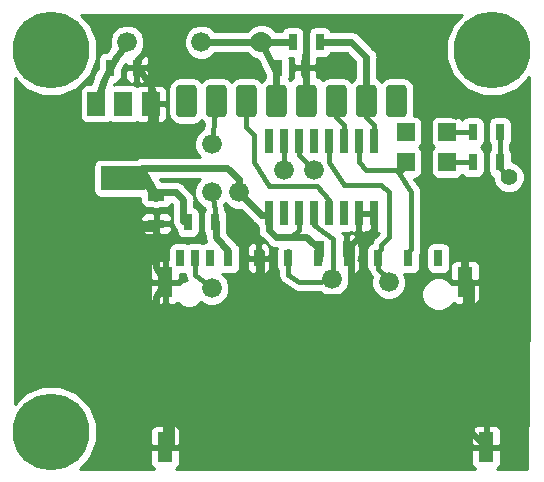
<source format=gbr>
G04 #@! TF.GenerationSoftware,KiCad,Pcbnew,(5.0.2)-1*
G04 #@! TF.CreationDate,2019-04-22T11:09:00+04:00*
G04 #@! TF.ProjectId,SD_CARD_and_SPI_FLASH_v2.2,53445f43-4152-4445-9f61-6e645f535049,rev?*
G04 #@! TF.SameCoordinates,Original*
G04 #@! TF.FileFunction,Copper,L1,Top*
G04 #@! TF.FilePolarity,Positive*
%FSLAX46Y46*%
G04 Gerber Fmt 4.6, Leading zero omitted, Abs format (unit mm)*
G04 Created by KiCad (PCBNEW (5.0.2)-1) date 22/04/2019 11:09:00*
%MOMM*%
%LPD*%
G01*
G04 APERTURE LIST*
G04 #@! TA.AperFunction,SMDPad,CuDef*
%ADD10R,0.711200X1.422400*%
G04 #@! TD*
G04 #@! TA.AperFunction,SMDPad,CuDef*
%ADD11R,1.270000X2.540000*%
G04 #@! TD*
G04 #@! TA.AperFunction,SMDPad,CuDef*
%ADD12R,1.422400X0.711200*%
G04 #@! TD*
G04 #@! TA.AperFunction,SMDPad,CuDef*
%ADD13R,3.800000X2.000000*%
G04 #@! TD*
G04 #@! TA.AperFunction,SMDPad,CuDef*
%ADD14R,1.500000X2.000000*%
G04 #@! TD*
G04 #@! TA.AperFunction,SMDPad,CuDef*
%ADD15R,0.660400X2.032000*%
G04 #@! TD*
G04 #@! TA.AperFunction,SMDPad,CuDef*
%ADD16R,1.500000X1.500000*%
G04 #@! TD*
G04 #@! TA.AperFunction,Conductor*
%ADD17C,0.100000*%
G04 #@! TD*
G04 #@! TA.AperFunction,ComponentPad*
%ADD18C,1.778000*%
G04 #@! TD*
G04 #@! TA.AperFunction,ViaPad*
%ADD19C,6.500000*%
G04 #@! TD*
G04 #@! TA.AperFunction,ViaPad*
%ADD20C,1.676400*%
G04 #@! TD*
G04 #@! TA.AperFunction,ViaPad*
%ADD21C,1.422400*%
G04 #@! TD*
G04 #@! TA.AperFunction,ViaPad*
%ADD22C,1.778000*%
G04 #@! TD*
G04 #@! TA.AperFunction,Conductor*
%ADD23C,0.609600*%
G04 #@! TD*
G04 #@! TA.AperFunction,Conductor*
%ADD24C,0.406400*%
G04 #@! TD*
G04 #@! TA.AperFunction,Conductor*
%ADD25C,0.812800*%
G04 #@! TD*
G04 #@! TA.AperFunction,Conductor*
%ADD26C,0.254000*%
G04 #@! TD*
G04 APERTURE END LIST*
D10*
G04 #@! TO.P,U$1,9*
G04 #@! TO.N,Net-(U$1-Pad9)*
X162577100Y-106461600D03*
G04 #@! TO.P,U$1,1*
G04 #@! TO.N,/~CS*
X160037100Y-106461600D03*
G04 #@! TO.P,U$1,2*
G04 #@! TO.N,/DI_MOSI*
X157497100Y-106461600D03*
G04 #@! TO.P,U$1,3*
G04 #@! TO.N,GND*
X154957100Y-106461600D03*
G04 #@! TO.P,U$1,4*
G04 #@! TO.N,+3V3*
X152417100Y-106461600D03*
G04 #@! TO.P,U$1,5*
G04 #@! TO.N,/SCLK*
X149877100Y-106461600D03*
G04 #@! TO.P,U$1,6*
G04 #@! TO.N,GND*
X147337100Y-106461600D03*
G04 #@! TO.P,U$1,7*
G04 #@! TO.N,/DO_MISO*
X144797100Y-106461600D03*
G04 #@! TO.P,U$1,8*
G04 #@! TO.N,Net-(U$1-Pad8)*
X143273100Y-106461600D03*
G04 #@! TO.P,U$1,11*
G04 #@! TO.N,Net-(R10-PadP$1)*
X142003100Y-106461600D03*
G04 #@! TO.P,U$1,10*
G04 #@! TO.N,Net-(U$1-Pad10)*
X140733100Y-106461600D03*
D11*
G04 #@! TO.P,U$1,12*
G04 #@! TO.N,GND*
X164863100Y-108493600D03*
G04 #@! TO.P,U$1,13*
X166641100Y-122463600D03*
G04 #@! TO.P,U$1,14*
X139463100Y-122463600D03*
G04 #@! TO.P,U$1,15*
X139463100Y-108493600D03*
G04 #@! TD*
D12*
G04 #@! TO.P,C1,P$2*
G04 #@! TO.N,+3V3*
X138701100Y-101254600D03*
G04 #@! TO.P,C1,P$1*
G04 #@! TO.N,GND*
X138701100Y-103540600D03*
G04 #@! TD*
D10*
G04 #@! TO.P,R7,P$2*
G04 #@! TO.N,/DO_MISO*
X143654100Y-103413600D03*
G04 #@! TO.P,R7,P$1*
G04 #@! TO.N,+3V3*
X141368100Y-103413600D03*
G04 #@! TD*
D13*
G04 #@! TO.P,IC1,4*
G04 #@! TO.N,+3V3*
X135907100Y-99705600D03*
D14*
G04 #@! TO.P,IC1,3*
G04 #@! TO.N,/+5V*
X133607100Y-93405600D03*
G04 #@! TO.P,IC1,2*
G04 #@! TO.N,N/C*
X135907100Y-93405600D03*
G04 #@! TO.P,IC1,1*
G04 #@! TO.N,GND*
X138207100Y-93405600D03*
G04 #@! TD*
D10*
G04 #@! TO.P,C2,P$2*
G04 #@! TO.N,/+5V*
X148988100Y-90332600D03*
G04 #@! TO.P,C2,P$1*
G04 #@! TO.N,GND*
X151274100Y-90332600D03*
G04 #@! TD*
D15*
G04 #@! TO.P,IC2,9*
G04 #@! TO.N,/~SS_SD*
X157116100Y-96530200D03*
G04 #@! TO.P,IC2,8*
G04 #@! TO.N,GND*
X157116100Y-102677000D03*
G04 #@! TO.P,IC2,10*
G04 #@! TO.N,/~CS*
X155846100Y-96530200D03*
G04 #@! TO.P,IC2,11*
G04 #@! TO.N,/MOSI'*
X154576100Y-96530200D03*
G04 #@! TO.P,IC2,7*
G04 #@! TO.N,GND*
X155846100Y-102677000D03*
G04 #@! TO.P,IC2,6*
G04 #@! TO.N,Net-(IC2-Pad6)*
X154576100Y-102677000D03*
G04 #@! TO.P,IC2,12*
G04 #@! TO.N,/DI_MOSI*
X153306100Y-96530200D03*
G04 #@! TO.P,IC2,5*
G04 #@! TO.N,/SCLK'*
X153306100Y-102677000D03*
G04 #@! TO.P,IC2,13*
G04 #@! TO.N,N/C*
X152036100Y-96530200D03*
G04 #@! TO.P,IC2,4*
G04 #@! TO.N,/SCLK*
X152036100Y-102677000D03*
G04 #@! TO.P,IC2,14*
G04 #@! TO.N,/~SS_FLASH*
X150766100Y-96530200D03*
G04 #@! TO.P,IC2,15*
G04 #@! TO.N,/~CS1*
X149496100Y-96530200D03*
G04 #@! TO.P,IC2,3*
G04 #@! TO.N,+3V3*
X150766100Y-102677000D03*
G04 #@! TO.P,IC2,2*
G04 #@! TO.N,Net-(IC2-Pad2)*
X149496100Y-102677000D03*
G04 #@! TO.P,IC2,16*
G04 #@! TO.N,N/C*
X148226100Y-96530200D03*
G04 #@! TO.P,IC2,1*
G04 #@! TO.N,+3V3*
X148226100Y-102677000D03*
G04 #@! TD*
D10*
G04 #@! TO.P,R1,P$2*
G04 #@! TO.N,/+5V*
X150258100Y-88173600D03*
G04 #@! TO.P,R1,P$1*
G04 #@! TO.N,/~SS_SD*
X152544100Y-88173600D03*
G04 #@! TD*
G04 #@! TO.P,C3,P$2*
G04 #@! TO.N,+3V3*
X152544100Y-105699600D03*
G04 #@! TO.P,C3,P$1*
G04 #@! TO.N,GND*
X154830100Y-105699600D03*
G04 #@! TD*
G04 #@! TO.P,R5,P$2*
G04 #@! TO.N,+3V3*
X167784100Y-98333600D03*
G04 #@! TO.P,R5,P$1*
G04 #@! TO.N,Net-(LED1_SD1-PadA)*
X165498100Y-98333600D03*
G04 #@! TD*
D16*
G04 #@! TO.P,SD,A*
G04 #@! TO.N,Net-(LED1_SD1-PadA)*
X163311100Y-98333600D03*
G04 #@! TO.P,SD,C*
G04 #@! TO.N,/~CS*
X159811100Y-98333600D03*
G04 #@! TD*
G04 #@! TO.P,FLASH,A*
G04 #@! TO.N,Net-(LED2_FLASH1-PadA)*
X163311100Y-95793600D03*
G04 #@! TO.P,FLASH,C*
G04 #@! TO.N,/~CS1*
X159811100Y-95793600D03*
G04 #@! TD*
D10*
G04 #@! TO.P,R6,P$2*
G04 #@! TO.N,+3V3*
X167784100Y-95793600D03*
G04 #@! TO.P,R6,P$1*
G04 #@! TO.N,Net-(LED2_FLASH1-PadA)*
X165498100Y-95793600D03*
G04 #@! TD*
G04 #@! TO.P,C5,P$2*
G04 #@! TO.N,/+5V*
X134764100Y-90332600D03*
G04 #@! TO.P,C5,P$1*
G04 #@! TO.N,GND*
X137050100Y-90332600D03*
G04 #@! TD*
D17*
G04 #@! TO.N,/~CDI*
G04 #@! TO.C,SV1*
G36*
X141729169Y-91765140D02*
X141772318Y-91771541D01*
X141814632Y-91782140D01*
X141855703Y-91796836D01*
X141895136Y-91815486D01*
X141932551Y-91837912D01*
X141967588Y-91863897D01*
X141999909Y-91893191D01*
X142029203Y-91925512D01*
X142055188Y-91960549D01*
X142077614Y-91997964D01*
X142096264Y-92037397D01*
X142110960Y-92078468D01*
X142121559Y-92120782D01*
X142127960Y-92163931D01*
X142130100Y-92207500D01*
X142130100Y-94096500D01*
X142127960Y-94140069D01*
X142121559Y-94183218D01*
X142110960Y-94225532D01*
X142096264Y-94266603D01*
X142077614Y-94306036D01*
X142055188Y-94343451D01*
X142029203Y-94378488D01*
X141999909Y-94410809D01*
X141967588Y-94440103D01*
X141932551Y-94466088D01*
X141895136Y-94488514D01*
X141855703Y-94507164D01*
X141814632Y-94521860D01*
X141772318Y-94532459D01*
X141729169Y-94538860D01*
X141685600Y-94541000D01*
X140796600Y-94541000D01*
X140753031Y-94538860D01*
X140709882Y-94532459D01*
X140667568Y-94521860D01*
X140626497Y-94507164D01*
X140587064Y-94488514D01*
X140549649Y-94466088D01*
X140514612Y-94440103D01*
X140482291Y-94410809D01*
X140452997Y-94378488D01*
X140427012Y-94343451D01*
X140404586Y-94306036D01*
X140385936Y-94266603D01*
X140371240Y-94225532D01*
X140360641Y-94183218D01*
X140354240Y-94140069D01*
X140352100Y-94096500D01*
X140352100Y-92207500D01*
X140354240Y-92163931D01*
X140360641Y-92120782D01*
X140371240Y-92078468D01*
X140385936Y-92037397D01*
X140404586Y-91997964D01*
X140427012Y-91960549D01*
X140452997Y-91925512D01*
X140482291Y-91893191D01*
X140514612Y-91863897D01*
X140549649Y-91837912D01*
X140587064Y-91815486D01*
X140626497Y-91796836D01*
X140667568Y-91782140D01*
X140709882Y-91771541D01*
X140753031Y-91765140D01*
X140796600Y-91763000D01*
X141685600Y-91763000D01*
X141729169Y-91765140D01*
X141729169Y-91765140D01*
G37*
D18*
G04 #@! TD*
G04 #@! TO.P,SV1,8*
G04 #@! TO.N,/~CDI*
X141241100Y-93152000D03*
D17*
G04 #@! TO.N,/DO_MISO*
G04 #@! TO.C,SV1*
G36*
X144269169Y-91765140D02*
X144312318Y-91771541D01*
X144354632Y-91782140D01*
X144395703Y-91796836D01*
X144435136Y-91815486D01*
X144472551Y-91837912D01*
X144507588Y-91863897D01*
X144539909Y-91893191D01*
X144569203Y-91925512D01*
X144595188Y-91960549D01*
X144617614Y-91997964D01*
X144636264Y-92037397D01*
X144650960Y-92078468D01*
X144661559Y-92120782D01*
X144667960Y-92163931D01*
X144670100Y-92207500D01*
X144670100Y-94096500D01*
X144667960Y-94140069D01*
X144661559Y-94183218D01*
X144650960Y-94225532D01*
X144636264Y-94266603D01*
X144617614Y-94306036D01*
X144595188Y-94343451D01*
X144569203Y-94378488D01*
X144539909Y-94410809D01*
X144507588Y-94440103D01*
X144472551Y-94466088D01*
X144435136Y-94488514D01*
X144395703Y-94507164D01*
X144354632Y-94521860D01*
X144312318Y-94532459D01*
X144269169Y-94538860D01*
X144225600Y-94541000D01*
X143336600Y-94541000D01*
X143293031Y-94538860D01*
X143249882Y-94532459D01*
X143207568Y-94521860D01*
X143166497Y-94507164D01*
X143127064Y-94488514D01*
X143089649Y-94466088D01*
X143054612Y-94440103D01*
X143022291Y-94410809D01*
X142992997Y-94378488D01*
X142967012Y-94343451D01*
X142944586Y-94306036D01*
X142925936Y-94266603D01*
X142911240Y-94225532D01*
X142900641Y-94183218D01*
X142894240Y-94140069D01*
X142892100Y-94096500D01*
X142892100Y-92207500D01*
X142894240Y-92163931D01*
X142900641Y-92120782D01*
X142911240Y-92078468D01*
X142925936Y-92037397D01*
X142944586Y-91997964D01*
X142967012Y-91960549D01*
X142992997Y-91925512D01*
X143022291Y-91893191D01*
X143054612Y-91863897D01*
X143089649Y-91837912D01*
X143127064Y-91815486D01*
X143166497Y-91796836D01*
X143207568Y-91782140D01*
X143249882Y-91771541D01*
X143293031Y-91765140D01*
X143336600Y-91763000D01*
X144225600Y-91763000D01*
X144269169Y-91765140D01*
X144269169Y-91765140D01*
G37*
D18*
G04 #@! TD*
G04 #@! TO.P,SV1,7*
G04 #@! TO.N,/DO_MISO*
X143781100Y-93152000D03*
D17*
G04 #@! TO.N,/SCLK'*
G04 #@! TO.C,SV1*
G36*
X146809169Y-91765140D02*
X146852318Y-91771541D01*
X146894632Y-91782140D01*
X146935703Y-91796836D01*
X146975136Y-91815486D01*
X147012551Y-91837912D01*
X147047588Y-91863897D01*
X147079909Y-91893191D01*
X147109203Y-91925512D01*
X147135188Y-91960549D01*
X147157614Y-91997964D01*
X147176264Y-92037397D01*
X147190960Y-92078468D01*
X147201559Y-92120782D01*
X147207960Y-92163931D01*
X147210100Y-92207500D01*
X147210100Y-94096500D01*
X147207960Y-94140069D01*
X147201559Y-94183218D01*
X147190960Y-94225532D01*
X147176264Y-94266603D01*
X147157614Y-94306036D01*
X147135188Y-94343451D01*
X147109203Y-94378488D01*
X147079909Y-94410809D01*
X147047588Y-94440103D01*
X147012551Y-94466088D01*
X146975136Y-94488514D01*
X146935703Y-94507164D01*
X146894632Y-94521860D01*
X146852318Y-94532459D01*
X146809169Y-94538860D01*
X146765600Y-94541000D01*
X145876600Y-94541000D01*
X145833031Y-94538860D01*
X145789882Y-94532459D01*
X145747568Y-94521860D01*
X145706497Y-94507164D01*
X145667064Y-94488514D01*
X145629649Y-94466088D01*
X145594612Y-94440103D01*
X145562291Y-94410809D01*
X145532997Y-94378488D01*
X145507012Y-94343451D01*
X145484586Y-94306036D01*
X145465936Y-94266603D01*
X145451240Y-94225532D01*
X145440641Y-94183218D01*
X145434240Y-94140069D01*
X145432100Y-94096500D01*
X145432100Y-92207500D01*
X145434240Y-92163931D01*
X145440641Y-92120782D01*
X145451240Y-92078468D01*
X145465936Y-92037397D01*
X145484586Y-91997964D01*
X145507012Y-91960549D01*
X145532997Y-91925512D01*
X145562291Y-91893191D01*
X145594612Y-91863897D01*
X145629649Y-91837912D01*
X145667064Y-91815486D01*
X145706497Y-91796836D01*
X145747568Y-91782140D01*
X145789882Y-91771541D01*
X145833031Y-91765140D01*
X145876600Y-91763000D01*
X146765600Y-91763000D01*
X146809169Y-91765140D01*
X146809169Y-91765140D01*
G37*
D18*
G04 #@! TD*
G04 #@! TO.P,SV1,6*
G04 #@! TO.N,/SCLK'*
X146321100Y-93152000D03*
D17*
G04 #@! TO.N,/+5V*
G04 #@! TO.C,SV1*
G36*
X149349169Y-91765140D02*
X149392318Y-91771541D01*
X149434632Y-91782140D01*
X149475703Y-91796836D01*
X149515136Y-91815486D01*
X149552551Y-91837912D01*
X149587588Y-91863897D01*
X149619909Y-91893191D01*
X149649203Y-91925512D01*
X149675188Y-91960549D01*
X149697614Y-91997964D01*
X149716264Y-92037397D01*
X149730960Y-92078468D01*
X149741559Y-92120782D01*
X149747960Y-92163931D01*
X149750100Y-92207500D01*
X149750100Y-94096500D01*
X149747960Y-94140069D01*
X149741559Y-94183218D01*
X149730960Y-94225532D01*
X149716264Y-94266603D01*
X149697614Y-94306036D01*
X149675188Y-94343451D01*
X149649203Y-94378488D01*
X149619909Y-94410809D01*
X149587588Y-94440103D01*
X149552551Y-94466088D01*
X149515136Y-94488514D01*
X149475703Y-94507164D01*
X149434632Y-94521860D01*
X149392318Y-94532459D01*
X149349169Y-94538860D01*
X149305600Y-94541000D01*
X148416600Y-94541000D01*
X148373031Y-94538860D01*
X148329882Y-94532459D01*
X148287568Y-94521860D01*
X148246497Y-94507164D01*
X148207064Y-94488514D01*
X148169649Y-94466088D01*
X148134612Y-94440103D01*
X148102291Y-94410809D01*
X148072997Y-94378488D01*
X148047012Y-94343451D01*
X148024586Y-94306036D01*
X148005936Y-94266603D01*
X147991240Y-94225532D01*
X147980641Y-94183218D01*
X147974240Y-94140069D01*
X147972100Y-94096500D01*
X147972100Y-92207500D01*
X147974240Y-92163931D01*
X147980641Y-92120782D01*
X147991240Y-92078468D01*
X148005936Y-92037397D01*
X148024586Y-91997964D01*
X148047012Y-91960549D01*
X148072997Y-91925512D01*
X148102291Y-91893191D01*
X148134612Y-91863897D01*
X148169649Y-91837912D01*
X148207064Y-91815486D01*
X148246497Y-91796836D01*
X148287568Y-91782140D01*
X148329882Y-91771541D01*
X148373031Y-91765140D01*
X148416600Y-91763000D01*
X149305600Y-91763000D01*
X149349169Y-91765140D01*
X149349169Y-91765140D01*
G37*
D18*
G04 #@! TD*
G04 #@! TO.P,SV1,5*
G04 #@! TO.N,/+5V*
X148861100Y-93152000D03*
D17*
G04 #@! TO.N,GND*
G04 #@! TO.C,SV1*
G36*
X151889169Y-91765140D02*
X151932318Y-91771541D01*
X151974632Y-91782140D01*
X152015703Y-91796836D01*
X152055136Y-91815486D01*
X152092551Y-91837912D01*
X152127588Y-91863897D01*
X152159909Y-91893191D01*
X152189203Y-91925512D01*
X152215188Y-91960549D01*
X152237614Y-91997964D01*
X152256264Y-92037397D01*
X152270960Y-92078468D01*
X152281559Y-92120782D01*
X152287960Y-92163931D01*
X152290100Y-92207500D01*
X152290100Y-94096500D01*
X152287960Y-94140069D01*
X152281559Y-94183218D01*
X152270960Y-94225532D01*
X152256264Y-94266603D01*
X152237614Y-94306036D01*
X152215188Y-94343451D01*
X152189203Y-94378488D01*
X152159909Y-94410809D01*
X152127588Y-94440103D01*
X152092551Y-94466088D01*
X152055136Y-94488514D01*
X152015703Y-94507164D01*
X151974632Y-94521860D01*
X151932318Y-94532459D01*
X151889169Y-94538860D01*
X151845600Y-94541000D01*
X150956600Y-94541000D01*
X150913031Y-94538860D01*
X150869882Y-94532459D01*
X150827568Y-94521860D01*
X150786497Y-94507164D01*
X150747064Y-94488514D01*
X150709649Y-94466088D01*
X150674612Y-94440103D01*
X150642291Y-94410809D01*
X150612997Y-94378488D01*
X150587012Y-94343451D01*
X150564586Y-94306036D01*
X150545936Y-94266603D01*
X150531240Y-94225532D01*
X150520641Y-94183218D01*
X150514240Y-94140069D01*
X150512100Y-94096500D01*
X150512100Y-92207500D01*
X150514240Y-92163931D01*
X150520641Y-92120782D01*
X150531240Y-92078468D01*
X150545936Y-92037397D01*
X150564586Y-91997964D01*
X150587012Y-91960549D01*
X150612997Y-91925512D01*
X150642291Y-91893191D01*
X150674612Y-91863897D01*
X150709649Y-91837912D01*
X150747064Y-91815486D01*
X150786497Y-91796836D01*
X150827568Y-91782140D01*
X150869882Y-91771541D01*
X150913031Y-91765140D01*
X150956600Y-91763000D01*
X151845600Y-91763000D01*
X151889169Y-91765140D01*
X151889169Y-91765140D01*
G37*
D18*
G04 #@! TD*
G04 #@! TO.P,SV1,4*
G04 #@! TO.N,GND*
X151401100Y-93152000D03*
D17*
G04 #@! TO.N,/MOSI'*
G04 #@! TO.C,SV1*
G36*
X154429169Y-91765140D02*
X154472318Y-91771541D01*
X154514632Y-91782140D01*
X154555703Y-91796836D01*
X154595136Y-91815486D01*
X154632551Y-91837912D01*
X154667588Y-91863897D01*
X154699909Y-91893191D01*
X154729203Y-91925512D01*
X154755188Y-91960549D01*
X154777614Y-91997964D01*
X154796264Y-92037397D01*
X154810960Y-92078468D01*
X154821559Y-92120782D01*
X154827960Y-92163931D01*
X154830100Y-92207500D01*
X154830100Y-94096500D01*
X154827960Y-94140069D01*
X154821559Y-94183218D01*
X154810960Y-94225532D01*
X154796264Y-94266603D01*
X154777614Y-94306036D01*
X154755188Y-94343451D01*
X154729203Y-94378488D01*
X154699909Y-94410809D01*
X154667588Y-94440103D01*
X154632551Y-94466088D01*
X154595136Y-94488514D01*
X154555703Y-94507164D01*
X154514632Y-94521860D01*
X154472318Y-94532459D01*
X154429169Y-94538860D01*
X154385600Y-94541000D01*
X153496600Y-94541000D01*
X153453031Y-94538860D01*
X153409882Y-94532459D01*
X153367568Y-94521860D01*
X153326497Y-94507164D01*
X153287064Y-94488514D01*
X153249649Y-94466088D01*
X153214612Y-94440103D01*
X153182291Y-94410809D01*
X153152997Y-94378488D01*
X153127012Y-94343451D01*
X153104586Y-94306036D01*
X153085936Y-94266603D01*
X153071240Y-94225532D01*
X153060641Y-94183218D01*
X153054240Y-94140069D01*
X153052100Y-94096500D01*
X153052100Y-92207500D01*
X153054240Y-92163931D01*
X153060641Y-92120782D01*
X153071240Y-92078468D01*
X153085936Y-92037397D01*
X153104586Y-91997964D01*
X153127012Y-91960549D01*
X153152997Y-91925512D01*
X153182291Y-91893191D01*
X153214612Y-91863897D01*
X153249649Y-91837912D01*
X153287064Y-91815486D01*
X153326497Y-91796836D01*
X153367568Y-91782140D01*
X153409882Y-91771541D01*
X153453031Y-91765140D01*
X153496600Y-91763000D01*
X154385600Y-91763000D01*
X154429169Y-91765140D01*
X154429169Y-91765140D01*
G37*
D18*
G04 #@! TD*
G04 #@! TO.P,SV1,3*
G04 #@! TO.N,/MOSI'*
X153941100Y-93152000D03*
D17*
G04 #@! TO.N,/~SS_SD*
G04 #@! TO.C,SV1*
G36*
X156969169Y-91765140D02*
X157012318Y-91771541D01*
X157054632Y-91782140D01*
X157095703Y-91796836D01*
X157135136Y-91815486D01*
X157172551Y-91837912D01*
X157207588Y-91863897D01*
X157239909Y-91893191D01*
X157269203Y-91925512D01*
X157295188Y-91960549D01*
X157317614Y-91997964D01*
X157336264Y-92037397D01*
X157350960Y-92078468D01*
X157361559Y-92120782D01*
X157367960Y-92163931D01*
X157370100Y-92207500D01*
X157370100Y-94096500D01*
X157367960Y-94140069D01*
X157361559Y-94183218D01*
X157350960Y-94225532D01*
X157336264Y-94266603D01*
X157317614Y-94306036D01*
X157295188Y-94343451D01*
X157269203Y-94378488D01*
X157239909Y-94410809D01*
X157207588Y-94440103D01*
X157172551Y-94466088D01*
X157135136Y-94488514D01*
X157095703Y-94507164D01*
X157054632Y-94521860D01*
X157012318Y-94532459D01*
X156969169Y-94538860D01*
X156925600Y-94541000D01*
X156036600Y-94541000D01*
X155993031Y-94538860D01*
X155949882Y-94532459D01*
X155907568Y-94521860D01*
X155866497Y-94507164D01*
X155827064Y-94488514D01*
X155789649Y-94466088D01*
X155754612Y-94440103D01*
X155722291Y-94410809D01*
X155692997Y-94378488D01*
X155667012Y-94343451D01*
X155644586Y-94306036D01*
X155625936Y-94266603D01*
X155611240Y-94225532D01*
X155600641Y-94183218D01*
X155594240Y-94140069D01*
X155592100Y-94096500D01*
X155592100Y-92207500D01*
X155594240Y-92163931D01*
X155600641Y-92120782D01*
X155611240Y-92078468D01*
X155625936Y-92037397D01*
X155644586Y-91997964D01*
X155667012Y-91960549D01*
X155692997Y-91925512D01*
X155722291Y-91893191D01*
X155754612Y-91863897D01*
X155789649Y-91837912D01*
X155827064Y-91815486D01*
X155866497Y-91796836D01*
X155907568Y-91782140D01*
X155949882Y-91771541D01*
X155993031Y-91765140D01*
X156036600Y-91763000D01*
X156925600Y-91763000D01*
X156969169Y-91765140D01*
X156969169Y-91765140D01*
G37*
D18*
G04 #@! TD*
G04 #@! TO.P,SV1,2*
G04 #@! TO.N,/~SS_SD*
X156481100Y-93152000D03*
D17*
G04 #@! TO.N,/~SS_FLASH*
G04 #@! TO.C,SV1*
G36*
X159509169Y-91765140D02*
X159552318Y-91771541D01*
X159594632Y-91782140D01*
X159635703Y-91796836D01*
X159675136Y-91815486D01*
X159712551Y-91837912D01*
X159747588Y-91863897D01*
X159779909Y-91893191D01*
X159809203Y-91925512D01*
X159835188Y-91960549D01*
X159857614Y-91997964D01*
X159876264Y-92037397D01*
X159890960Y-92078468D01*
X159901559Y-92120782D01*
X159907960Y-92163931D01*
X159910100Y-92207500D01*
X159910100Y-94096500D01*
X159907960Y-94140069D01*
X159901559Y-94183218D01*
X159890960Y-94225532D01*
X159876264Y-94266603D01*
X159857614Y-94306036D01*
X159835188Y-94343451D01*
X159809203Y-94378488D01*
X159779909Y-94410809D01*
X159747588Y-94440103D01*
X159712551Y-94466088D01*
X159675136Y-94488514D01*
X159635703Y-94507164D01*
X159594632Y-94521860D01*
X159552318Y-94532459D01*
X159509169Y-94538860D01*
X159465600Y-94541000D01*
X158576600Y-94541000D01*
X158533031Y-94538860D01*
X158489882Y-94532459D01*
X158447568Y-94521860D01*
X158406497Y-94507164D01*
X158367064Y-94488514D01*
X158329649Y-94466088D01*
X158294612Y-94440103D01*
X158262291Y-94410809D01*
X158232997Y-94378488D01*
X158207012Y-94343451D01*
X158184586Y-94306036D01*
X158165936Y-94266603D01*
X158151240Y-94225532D01*
X158140641Y-94183218D01*
X158134240Y-94140069D01*
X158132100Y-94096500D01*
X158132100Y-92207500D01*
X158134240Y-92163931D01*
X158140641Y-92120782D01*
X158151240Y-92078468D01*
X158165936Y-92037397D01*
X158184586Y-91997964D01*
X158207012Y-91960549D01*
X158232997Y-91925512D01*
X158262291Y-91893191D01*
X158294612Y-91863897D01*
X158329649Y-91837912D01*
X158367064Y-91815486D01*
X158406497Y-91796836D01*
X158447568Y-91782140D01*
X158489882Y-91771541D01*
X158533031Y-91765140D01*
X158576600Y-91763000D01*
X159465600Y-91763000D01*
X159509169Y-91765140D01*
X159509169Y-91765140D01*
G37*
D18*
G04 #@! TD*
G04 #@! TO.P,SV1,1*
G04 #@! TO.N,/~SS_FLASH*
X159021100Y-93152000D03*
D19*
G04 #@! TO.N,*
X129811100Y-88808600D03*
X167149100Y-88808600D03*
X129811100Y-121193600D03*
D20*
G04 #@! TO.N,GND*
X164101100Y-93888600D03*
G04 #@! TO.N,+3V3*
X145686100Y-100873600D03*
D21*
X168546100Y-99603600D03*
D20*
G04 #@! TO.N,/DI_MOSI*
X158386100Y-108493600D03*
G04 #@! TO.N,/SCLK*
X153560100Y-108239600D03*
G04 #@! TO.N,/DO_MISO*
X143400100Y-96809600D03*
X143400100Y-100873600D03*
G04 #@! TO.N,Net-(R10-PadP$1)*
X143400100Y-109001600D03*
D22*
G04 #@! TO.N,/+5V*
X147591100Y-88173600D03*
D20*
X136224600Y-88173600D03*
X142511100Y-88173600D03*
G04 #@! TO.N,/~SS_FLASH*
X152036100Y-98968600D03*
G04 #@! TO.N,/~CS1*
X149496100Y-98968600D03*
D21*
X159783100Y-95793600D03*
G04 #@! TD*
D23*
G04 #@! TO.N,GND*
X139463100Y-108493600D02*
X138701100Y-107223600D01*
X139971100Y-122463600D02*
X139971100Y-113573600D01*
D24*
X147591100Y-105953600D02*
X147337100Y-106461600D01*
D23*
X139463100Y-122463600D02*
X139971100Y-122463600D01*
X138701100Y-109763600D02*
X139463100Y-108493600D01*
X138701100Y-112303600D02*
X138701100Y-109763600D01*
X139971100Y-113573600D02*
X138701100Y-112303600D01*
X165371100Y-121193600D02*
X166641100Y-122463600D01*
X165371100Y-112303600D02*
X165371100Y-108493600D01*
X165371100Y-112303600D02*
X165371100Y-121193600D01*
D24*
X165371100Y-108493600D02*
X164863100Y-108493600D01*
D23*
X155211100Y-112303600D02*
X165371100Y-112303600D01*
X155211100Y-112303600D02*
X155211100Y-109763600D01*
X155211100Y-109763600D02*
X155211100Y-105953600D01*
D24*
X155211100Y-105953600D02*
X154957100Y-106461600D01*
D23*
X139971100Y-113573600D02*
X154576100Y-113573600D01*
X154576100Y-113573600D02*
X155211100Y-112938600D01*
X155211100Y-112938600D02*
X155211100Y-112303600D01*
X155211100Y-109763600D02*
X147908600Y-109763600D01*
X147908600Y-109763600D02*
X147591100Y-109446100D01*
X147591100Y-109446100D02*
X147591100Y-105953600D01*
X138701100Y-107223600D02*
X138701100Y-103540600D01*
X138207100Y-93405600D02*
X138334100Y-93874600D01*
X151401100Y-86903600D02*
X151401100Y-90713600D01*
X151401100Y-90713600D02*
X151401100Y-93152000D01*
X151216600Y-86697600D02*
X150586500Y-86395600D01*
X151401100Y-86903600D02*
X151216600Y-86697600D01*
X151401100Y-90713600D02*
X151274100Y-90332600D01*
X155211100Y-105953600D02*
X155211100Y-105318600D01*
X155211100Y-105318600D02*
X155846100Y-104683600D01*
X155846100Y-104683600D02*
X156481100Y-104683600D01*
X156481100Y-104683600D02*
X157116100Y-104048600D01*
X157116100Y-104048600D02*
X157116100Y-102677000D01*
X152036100Y-86268600D02*
X151401100Y-86903600D01*
X157751100Y-86268600D02*
X152036100Y-86268600D01*
X161561100Y-90078600D02*
X157751100Y-86268600D01*
X161561100Y-93888600D02*
X161561100Y-90078600D01*
X161561100Y-100873600D02*
X161561100Y-93888600D01*
X164736100Y-104048600D02*
X161561100Y-100873600D01*
X164736100Y-107858600D02*
X164736100Y-104048600D01*
D24*
X154830100Y-106334600D02*
X154830100Y-105699600D01*
X154957100Y-106461600D02*
X154830100Y-106334600D01*
X161561100Y-93888600D02*
X164101100Y-93888600D01*
X151401100Y-93152000D02*
X151381100Y-93233600D01*
X157116100Y-102677000D02*
X155846100Y-102677000D01*
X138207100Y-93405600D02*
X138320100Y-92756600D01*
D23*
X132732100Y-100492600D02*
X132732100Y-100619600D01*
X132732100Y-100492600D02*
X132732100Y-97444600D01*
X132732100Y-97444600D02*
X134510100Y-96174600D01*
X134510100Y-96174600D02*
X138066100Y-96174600D01*
X138066100Y-96174600D02*
X138574100Y-95412600D01*
X138574100Y-95412600D02*
X138574100Y-92872600D01*
X150025900Y-86268600D02*
X140479100Y-86268600D01*
X150586500Y-86395600D02*
X150586500Y-86395600D01*
X150586500Y-86395600D02*
X150025900Y-86268600D01*
D24*
X138574100Y-92872600D02*
X138574100Y-92784600D01*
X138574100Y-92784600D02*
X138207100Y-93405600D01*
D23*
X138574100Y-103921600D02*
X136161100Y-103921600D01*
X136161100Y-103921600D02*
X132732100Y-100492600D01*
X138701100Y-103540600D02*
X138574100Y-103921600D01*
X140479100Y-86268600D02*
X137177100Y-89570600D01*
X137177100Y-89570600D02*
X137050100Y-90332600D01*
X164863100Y-108493600D02*
X164863100Y-107985600D01*
X164863100Y-107985600D02*
X164736100Y-107858600D01*
X138193100Y-91602600D02*
X138447100Y-92491600D01*
X137050100Y-90332600D02*
X138193100Y-91602600D01*
D24*
G04 #@! TO.N,+3V3*
X141368100Y-103413600D02*
X140987100Y-103413600D01*
D25*
X137558100Y-99349600D02*
X138701100Y-101254600D01*
D23*
X137228300Y-99254600D02*
X137558100Y-99349600D01*
X135907100Y-99705600D02*
X137228300Y-99254600D01*
D24*
X138701100Y-101254600D02*
X138701100Y-100873600D01*
D23*
X138701100Y-100873600D02*
X140352100Y-100873600D01*
X140352100Y-100873600D02*
X140987100Y-101508600D01*
X140987100Y-101508600D02*
X140987100Y-103286600D01*
D24*
X140987100Y-103286600D02*
X141368100Y-103413600D01*
D23*
X145686100Y-100873600D02*
X147591100Y-102778600D01*
X147591100Y-102778600D02*
X148124500Y-102778600D01*
X148124500Y-102778600D02*
X148226100Y-102677000D01*
X148226100Y-102677000D02*
X148226100Y-104048600D01*
X148226100Y-104048600D02*
X148861100Y-104683600D01*
X148861100Y-104683600D02*
X150131100Y-104683600D01*
X150131100Y-104683600D02*
X151401100Y-104683600D01*
X151401100Y-104683600D02*
X152544100Y-105699600D01*
D24*
X150131100Y-104683600D02*
X150766100Y-104048600D01*
X152544100Y-105699600D02*
X152544100Y-106207600D01*
X152544100Y-106207600D02*
X152290100Y-106461600D01*
X152290100Y-106461600D02*
X152417100Y-106461600D01*
X152544100Y-106461600D02*
X152544100Y-106588600D01*
X152544100Y-106588600D02*
X152290100Y-106588600D01*
X152417100Y-106461600D02*
X152544100Y-106461600D01*
X150766100Y-104048600D02*
X150766100Y-102677000D01*
X167784100Y-98841600D02*
X167784100Y-98333600D01*
X168546100Y-99603600D02*
X167784100Y-98841600D01*
X167784100Y-98333600D02*
X167784100Y-95793600D01*
D23*
X144670100Y-98841600D02*
X145686100Y-99730600D01*
X137450300Y-98841600D02*
X144670100Y-98841600D01*
X137228300Y-99254600D02*
X137450300Y-98841600D01*
X145686100Y-99730600D02*
X145686100Y-100873600D01*
D24*
G04 #@! TO.N,/~CS*
X160037100Y-106461600D02*
X160037100Y-105953600D01*
X155846100Y-98333600D02*
X155846100Y-96530200D01*
X156481100Y-98968600D02*
X155846100Y-98333600D01*
X159021100Y-98968600D02*
X156481100Y-98968600D01*
X160291100Y-100873600D02*
X159216500Y-99261700D01*
X159216500Y-99261700D02*
X159021100Y-98968600D01*
X160291100Y-105699600D02*
X160291100Y-100873600D01*
X160037100Y-105953600D02*
X160291100Y-105699600D01*
X159811100Y-98667100D02*
X159811100Y-98333600D01*
X159216500Y-99261700D02*
X159811100Y-98667100D01*
G04 #@! TO.N,/DI_MOSI*
X157497100Y-106461600D02*
X157497100Y-105953600D01*
X154576100Y-100238600D02*
X153306100Y-98333600D01*
X157751100Y-100238600D02*
X154576100Y-100238600D01*
X158386100Y-100873600D02*
X157751100Y-100238600D01*
X158386100Y-104683600D02*
X158386100Y-100873600D01*
X157751100Y-105318600D02*
X158386100Y-104683600D01*
X157751100Y-105699600D02*
X157751100Y-105318600D01*
X157497100Y-105953600D02*
X157751100Y-105699600D01*
X153306100Y-98333600D02*
X153306100Y-96530200D01*
X158386100Y-108493600D02*
X158386100Y-108239600D01*
X158386100Y-108239600D02*
X157497100Y-107350600D01*
X157497100Y-107350600D02*
X157497100Y-106461600D01*
D23*
G04 #@! TO.N,/SCLK*
X149877100Y-106461600D02*
X149877100Y-105953600D01*
D24*
X152036100Y-103667600D02*
X152036100Y-102677000D01*
X153687100Y-104810600D02*
X152036100Y-103667600D01*
X153687100Y-107858600D02*
X153687100Y-104810600D01*
X152671100Y-108493600D02*
X153687100Y-107858600D01*
X150766100Y-108493600D02*
X152671100Y-108493600D01*
X149877100Y-107858600D02*
X150766100Y-108493600D01*
X149877100Y-107858600D02*
X149877100Y-106715600D01*
X149877100Y-106715600D02*
X149877100Y-106461600D01*
X153687100Y-107858600D02*
X153687100Y-108112600D01*
X153687100Y-108112600D02*
X153560100Y-108239600D01*
D23*
G04 #@! TO.N,/DO_MISO*
X143781100Y-104683600D02*
X144797100Y-105826600D01*
X143781100Y-103413600D02*
X143781100Y-104683600D01*
X144797100Y-105826600D02*
X144797100Y-106461600D01*
D24*
X143654100Y-103413600D02*
X143781100Y-103413600D01*
X143654100Y-103413600D02*
X143754100Y-103132600D01*
X143754100Y-103132600D02*
X143781100Y-103132600D01*
X143400100Y-96809600D02*
X143781100Y-93152000D01*
X143654100Y-102397600D02*
X143400100Y-100873600D01*
X143654100Y-103413600D02*
X143654100Y-102397600D01*
G04 #@! TO.N,Net-(R10-PadP$1)*
X142003100Y-107858600D02*
X142003100Y-106461600D01*
X143400100Y-109001600D02*
X142003100Y-107858600D01*
D23*
G04 #@! TO.N,/+5V*
X147591100Y-88173600D02*
X148861100Y-90713600D01*
X148861100Y-90713600D02*
X148861100Y-93126600D01*
X148861100Y-93126600D02*
X148861100Y-93133600D01*
X148861100Y-90713600D02*
X148988100Y-90332600D01*
X147591100Y-88173600D02*
X150258100Y-88173600D01*
D24*
X148861100Y-93133600D02*
X148861100Y-93152000D01*
X148881100Y-93146600D02*
X148881100Y-93152000D01*
X148861100Y-93126600D02*
X148881100Y-93146600D01*
X148861100Y-93126600D02*
X148861100Y-93152000D01*
D23*
X142511100Y-88173600D02*
X147591100Y-88173600D01*
X135526100Y-89189600D02*
X136224600Y-88173600D01*
X135399100Y-89316600D02*
X135526100Y-89189600D01*
X134764100Y-90332600D02*
X135399100Y-89316600D01*
X133607100Y-93405600D02*
X134242100Y-91362600D01*
X134242100Y-91362600D02*
X134637100Y-90713600D01*
X134637100Y-90713600D02*
X134764100Y-90713600D01*
X134764100Y-90713600D02*
X134764100Y-90332600D01*
G04 #@! TO.N,/~SS_SD*
X155211100Y-88173600D02*
X152544100Y-88173600D01*
X156481100Y-89443600D02*
X155211100Y-88173600D01*
X156481100Y-91983600D02*
X156481100Y-93053600D01*
X156481100Y-91983600D02*
X156481100Y-89443600D01*
D24*
X156481100Y-93152000D02*
X156481100Y-91983600D01*
X157116100Y-96530200D02*
X157116100Y-95158600D01*
X157116100Y-95158600D02*
X156481100Y-94523600D01*
X156481100Y-94523600D02*
X156481100Y-93152000D01*
G04 #@! TO.N,/MOSI'*
X154576100Y-96530200D02*
X154576100Y-95158600D01*
X154576100Y-95158600D02*
X153941100Y-94523600D01*
X153941100Y-94523600D02*
X153941100Y-93152000D01*
G04 #@! TO.N,/SCLK'*
X148226100Y-100365600D02*
X146956100Y-98333600D01*
X148226100Y-100365600D02*
X152290100Y-100365600D01*
X152290100Y-100365600D02*
X153306100Y-101508600D01*
X153306100Y-101508600D02*
X153306100Y-102677000D01*
X146956100Y-98333600D02*
X146956100Y-96022200D01*
X146956100Y-96022200D02*
X146321100Y-95387200D01*
X146321100Y-95387200D02*
X146321100Y-93152000D01*
G04 #@! TO.N,/~SS_FLASH*
X150766100Y-97698600D02*
X150766100Y-96530200D01*
X150766100Y-97698600D02*
X152036100Y-98968600D01*
G04 #@! TO.N,/~CS1*
X149496100Y-98968600D02*
X149496100Y-96530200D01*
X159783100Y-95793600D02*
X159811100Y-95793600D01*
G04 #@! TO.N,Net-(LED1_SD1-PadA)*
X163311100Y-98333600D02*
X165498100Y-98333600D01*
G04 #@! TO.N,Net-(LED2_FLASH1-PadA)*
X163311100Y-95793600D02*
X165498100Y-95793600D01*
G04 #@! TD*
D26*
G04 #@! TO.N,GND*
G36*
X163855556Y-86607924D02*
X163264100Y-88035825D01*
X163264100Y-89581375D01*
X163855556Y-91009276D01*
X164948424Y-92102144D01*
X166376325Y-92693600D01*
X167921875Y-92693600D01*
X169349776Y-92102144D01*
X170291101Y-91160819D01*
X170291100Y-109934837D01*
X170055711Y-124293600D01*
X167583476Y-124293600D01*
X167635799Y-124271927D01*
X167814427Y-124093298D01*
X167911100Y-123859909D01*
X167911100Y-122749350D01*
X167752350Y-122590600D01*
X166768100Y-122590600D01*
X166768100Y-122610600D01*
X166514100Y-122610600D01*
X166514100Y-122590600D01*
X165529850Y-122590600D01*
X165371100Y-122749350D01*
X165371100Y-123859909D01*
X165467773Y-124093298D01*
X165646401Y-124271927D01*
X165698724Y-124293600D01*
X140405476Y-124293600D01*
X140457799Y-124271927D01*
X140636427Y-124093298D01*
X140733100Y-123859909D01*
X140733100Y-122749350D01*
X140574350Y-122590600D01*
X139590100Y-122590600D01*
X139590100Y-122610600D01*
X139336100Y-122610600D01*
X139336100Y-122590600D01*
X138351850Y-122590600D01*
X138193100Y-122749350D01*
X138193100Y-123859909D01*
X138289773Y-124093298D01*
X138468401Y-124271927D01*
X138520724Y-124293600D01*
X132205320Y-124293600D01*
X133104644Y-123394276D01*
X133696100Y-121966375D01*
X133696100Y-121067291D01*
X138193100Y-121067291D01*
X138193100Y-122177850D01*
X138351850Y-122336600D01*
X139336100Y-122336600D01*
X139336100Y-120717350D01*
X139590100Y-120717350D01*
X139590100Y-122336600D01*
X140574350Y-122336600D01*
X140733100Y-122177850D01*
X140733100Y-121067291D01*
X165371100Y-121067291D01*
X165371100Y-122177850D01*
X165529850Y-122336600D01*
X166514100Y-122336600D01*
X166514100Y-120717350D01*
X166768100Y-120717350D01*
X166768100Y-122336600D01*
X167752350Y-122336600D01*
X167911100Y-122177850D01*
X167911100Y-121067291D01*
X167814427Y-120833902D01*
X167635799Y-120655273D01*
X167402410Y-120558600D01*
X166926850Y-120558600D01*
X166768100Y-120717350D01*
X166514100Y-120717350D01*
X166355350Y-120558600D01*
X165879790Y-120558600D01*
X165646401Y-120655273D01*
X165467773Y-120833902D01*
X165371100Y-121067291D01*
X140733100Y-121067291D01*
X140636427Y-120833902D01*
X140457799Y-120655273D01*
X140224410Y-120558600D01*
X139748850Y-120558600D01*
X139590100Y-120717350D01*
X139336100Y-120717350D01*
X139177350Y-120558600D01*
X138701790Y-120558600D01*
X138468401Y-120655273D01*
X138289773Y-120833902D01*
X138193100Y-121067291D01*
X133696100Y-121067291D01*
X133696100Y-120420825D01*
X133104644Y-118992924D01*
X132011776Y-117900056D01*
X130583875Y-117308600D01*
X129038325Y-117308600D01*
X127610424Y-117900056D01*
X126711100Y-118799380D01*
X126711100Y-108779350D01*
X138193100Y-108779350D01*
X138193100Y-109889909D01*
X138289773Y-110123298D01*
X138468401Y-110301927D01*
X138701790Y-110398600D01*
X139177350Y-110398600D01*
X139336100Y-110239850D01*
X139336100Y-108620600D01*
X138351850Y-108620600D01*
X138193100Y-108779350D01*
X126711100Y-108779350D01*
X126711100Y-107097291D01*
X138193100Y-107097291D01*
X138193100Y-108207850D01*
X138351850Y-108366600D01*
X139336100Y-108366600D01*
X139336100Y-106747350D01*
X139177350Y-106588600D01*
X138701790Y-106588600D01*
X138468401Y-106685273D01*
X138289773Y-106863902D01*
X138193100Y-107097291D01*
X126711100Y-107097291D01*
X126711100Y-103826350D01*
X137354900Y-103826350D01*
X137354900Y-104022510D01*
X137451573Y-104255899D01*
X137630202Y-104434527D01*
X137863591Y-104531200D01*
X138415350Y-104531200D01*
X138574100Y-104372450D01*
X138574100Y-103667600D01*
X138828100Y-103667600D01*
X138828100Y-104372450D01*
X138986850Y-104531200D01*
X139538609Y-104531200D01*
X139771998Y-104434527D01*
X139950627Y-104255899D01*
X140047300Y-104022510D01*
X140047300Y-103826350D01*
X139888550Y-103667600D01*
X138828100Y-103667600D01*
X138574100Y-103667600D01*
X137513650Y-103667600D01*
X137354900Y-103826350D01*
X126711100Y-103826350D01*
X126711100Y-103058690D01*
X137354900Y-103058690D01*
X137354900Y-103254850D01*
X137513650Y-103413600D01*
X138574100Y-103413600D01*
X138574100Y-102708750D01*
X138828100Y-102708750D01*
X138828100Y-103413600D01*
X139888550Y-103413600D01*
X140047300Y-103254850D01*
X140047300Y-103058690D01*
X139950627Y-102825301D01*
X139771998Y-102646673D01*
X139538609Y-102550000D01*
X138986850Y-102550000D01*
X138828100Y-102708750D01*
X138574100Y-102708750D01*
X138415350Y-102550000D01*
X137863591Y-102550000D01*
X137630202Y-102646673D01*
X137451573Y-102825301D01*
X137354900Y-103058690D01*
X126711100Y-103058690D01*
X126711100Y-98705600D01*
X133359660Y-98705600D01*
X133359660Y-100705600D01*
X133408943Y-100953365D01*
X133549291Y-101163409D01*
X133759335Y-101303757D01*
X134007100Y-101353040D01*
X137342460Y-101353040D01*
X137342460Y-101610200D01*
X137391743Y-101857965D01*
X137532091Y-102068009D01*
X137742135Y-102208357D01*
X137989900Y-102257640D01*
X138386297Y-102257640D01*
X138443575Y-102284698D01*
X138857380Y-102304838D01*
X138989098Y-102257640D01*
X139412300Y-102257640D01*
X139660065Y-102208357D01*
X139870109Y-102068009D01*
X140009228Y-101859805D01*
X140047300Y-101897878D01*
X140047301Y-103379159D01*
X140101829Y-103653291D01*
X140309544Y-103964157D01*
X140365060Y-104001252D01*
X140365060Y-104124800D01*
X140414343Y-104372565D01*
X140554691Y-104582609D01*
X140764735Y-104722957D01*
X141012500Y-104772240D01*
X141723700Y-104772240D01*
X141971465Y-104722957D01*
X142181509Y-104582609D01*
X142321857Y-104372565D01*
X142371140Y-104124800D01*
X142371140Y-102702400D01*
X142321857Y-102454635D01*
X142181509Y-102244591D01*
X141971465Y-102104243D01*
X141926900Y-102095379D01*
X141926900Y-101601154D01*
X141945310Y-101508600D01*
X141926900Y-101416046D01*
X141926900Y-101416041D01*
X141872372Y-101141909D01*
X141818581Y-101061406D01*
X141717088Y-100909510D01*
X141717086Y-100909508D01*
X141664657Y-100831043D01*
X141586192Y-100778615D01*
X141082087Y-100274510D01*
X141029657Y-100196043D01*
X140718791Y-99988328D01*
X140444659Y-99933800D01*
X140444654Y-99933800D01*
X140352100Y-99915390D01*
X140259546Y-99933800D01*
X139123091Y-99933800D01*
X139031651Y-99781400D01*
X142408880Y-99781400D01*
X142151181Y-100039099D01*
X141926900Y-100580562D01*
X141926900Y-101166638D01*
X142151181Y-101708101D01*
X142565599Y-102122519D01*
X142772796Y-102208343D01*
X142791185Y-102318681D01*
X142700343Y-102454635D01*
X142651060Y-102702400D01*
X142651060Y-104124800D01*
X142700343Y-104372565D01*
X142837466Y-104577782D01*
X142824544Y-104627332D01*
X142841301Y-104748350D01*
X142841301Y-104776159D01*
X142853972Y-104839863D01*
X142875824Y-104997674D01*
X142890261Y-105022297D01*
X142895829Y-105050291D01*
X142931021Y-105102960D01*
X142917500Y-105102960D01*
X142669735Y-105152243D01*
X142638100Y-105173381D01*
X142606465Y-105152243D01*
X142358700Y-105102960D01*
X141647500Y-105102960D01*
X141399735Y-105152243D01*
X141368100Y-105173381D01*
X141336465Y-105152243D01*
X141088700Y-105102960D01*
X140377500Y-105102960D01*
X140129735Y-105152243D01*
X139919691Y-105292591D01*
X139779343Y-105502635D01*
X139730060Y-105750400D01*
X139730060Y-106607390D01*
X139590100Y-106747350D01*
X139590100Y-108366600D01*
X140574350Y-108366600D01*
X140733100Y-108207850D01*
X140733100Y-107820240D01*
X141088700Y-107820240D01*
X141164900Y-107805083D01*
X141164900Y-107818060D01*
X141152721Y-107943637D01*
X141189161Y-108063120D01*
X141213533Y-108185648D01*
X141237442Y-108221430D01*
X141249995Y-108262591D01*
X141301040Y-108324600D01*
X141259389Y-108324600D01*
X140823851Y-108505005D01*
X140641303Y-108687553D01*
X140574350Y-108620600D01*
X139590100Y-108620600D01*
X139590100Y-110239850D01*
X139748850Y-110398600D01*
X140224410Y-110398600D01*
X140457799Y-110301927D01*
X140534691Y-110225035D01*
X140823851Y-110514195D01*
X141259389Y-110694600D01*
X141730811Y-110694600D01*
X142166349Y-110514195D01*
X142497812Y-110182732D01*
X142565599Y-110250519D01*
X143107062Y-110474800D01*
X143693138Y-110474800D01*
X144234601Y-110250519D01*
X144649019Y-109836101D01*
X144873300Y-109294638D01*
X144873300Y-108708562D01*
X144649019Y-108167099D01*
X144267562Y-107785642D01*
X144441500Y-107820240D01*
X145152700Y-107820240D01*
X145400465Y-107770957D01*
X145610509Y-107630609D01*
X145750857Y-107420565D01*
X145800140Y-107172800D01*
X145800140Y-106747350D01*
X146346500Y-106747350D01*
X146346500Y-107299109D01*
X146443173Y-107532498D01*
X146621801Y-107711127D01*
X146855190Y-107807800D01*
X147051350Y-107807800D01*
X147210100Y-107649050D01*
X147210100Y-106588600D01*
X147464100Y-106588600D01*
X147464100Y-107649050D01*
X147622850Y-107807800D01*
X147819010Y-107807800D01*
X148052399Y-107711127D01*
X148231027Y-107532498D01*
X148327700Y-107299109D01*
X148327700Y-106747350D01*
X148168950Y-106588600D01*
X147464100Y-106588600D01*
X147210100Y-106588600D01*
X146505250Y-106588600D01*
X146346500Y-106747350D01*
X145800140Y-106747350D01*
X145800140Y-105750400D01*
X145775016Y-105624091D01*
X146346500Y-105624091D01*
X146346500Y-106175850D01*
X146505250Y-106334600D01*
X147210100Y-106334600D01*
X147210100Y-105274150D01*
X147051350Y-105115400D01*
X146855190Y-105115400D01*
X146621801Y-105212073D01*
X146443173Y-105390702D01*
X146346500Y-105624091D01*
X145775016Y-105624091D01*
X145750857Y-105502635D01*
X145610509Y-105292591D01*
X145538362Y-105244383D01*
X145474657Y-105149043D01*
X145419444Y-105112151D01*
X144720900Y-104326289D01*
X144720900Y-103321041D01*
X144666372Y-103046909D01*
X144657140Y-103033092D01*
X144657140Y-102702400D01*
X144607857Y-102454635D01*
X144482854Y-102267556D01*
X144478746Y-102246906D01*
X144426099Y-101931021D01*
X144543100Y-101814020D01*
X144851599Y-102122519D01*
X145393062Y-102346800D01*
X145830223Y-102346800D01*
X146861114Y-103377692D01*
X146913543Y-103456157D01*
X146992008Y-103508586D01*
X146992010Y-103508588D01*
X147224407Y-103663871D01*
X147224408Y-103663871D01*
X147224409Y-103663872D01*
X147248460Y-103668656D01*
X147248460Y-103693000D01*
X147286301Y-103883241D01*
X147286301Y-103956042D01*
X147267890Y-104048600D01*
X147340829Y-104415292D01*
X147496112Y-104647689D01*
X147496115Y-104647692D01*
X147548544Y-104726157D01*
X147627008Y-104778585D01*
X148131114Y-105282692D01*
X148147418Y-105307093D01*
X148052399Y-105212073D01*
X147819010Y-105115400D01*
X147622850Y-105115400D01*
X147464100Y-105274150D01*
X147464100Y-106334600D01*
X148168950Y-106334600D01*
X148327700Y-106175850D01*
X148327700Y-105624091D01*
X148232277Y-105393720D01*
X148262008Y-105413586D01*
X148262010Y-105413588D01*
X148395279Y-105502635D01*
X148494409Y-105568872D01*
X148768541Y-105623400D01*
X148768546Y-105623400D01*
X148861100Y-105641810D01*
X148897083Y-105634653D01*
X148874060Y-105750400D01*
X148874060Y-107172800D01*
X148923343Y-107420565D01*
X149038900Y-107593507D01*
X149038900Y-107845554D01*
X149034108Y-107999098D01*
X149068539Y-108090158D01*
X149087533Y-108185648D01*
X149126951Y-108244641D01*
X149152043Y-108311003D01*
X149218702Y-108381957D01*
X149272792Y-108462908D01*
X149400562Y-108548282D01*
X150154263Y-109086640D01*
X150161792Y-109097908D01*
X150289538Y-109183265D01*
X150346082Y-109223654D01*
X150358101Y-109229078D01*
X150439051Y-109283167D01*
X150508636Y-109297008D01*
X150573303Y-109326190D01*
X150670610Y-109329227D01*
X150683546Y-109331800D01*
X150753055Y-109331800D01*
X150906598Y-109336592D01*
X150919271Y-109331800D01*
X152568880Y-109331800D01*
X152725599Y-109488519D01*
X153267062Y-109712800D01*
X153853138Y-109712800D01*
X154394601Y-109488519D01*
X154809019Y-109074101D01*
X155033300Y-108532638D01*
X155033300Y-107946562D01*
X154975823Y-107807800D01*
X155084102Y-107807800D01*
X155084102Y-107649052D01*
X155242850Y-107807800D01*
X155439010Y-107807800D01*
X155672399Y-107711127D01*
X155851027Y-107532498D01*
X155947700Y-107299109D01*
X155947700Y-106747350D01*
X155796319Y-106595969D01*
X155820700Y-106537109D01*
X155820700Y-106302850D01*
X155947700Y-106175850D01*
X155947700Y-105624091D01*
X155851027Y-105390702D01*
X155820700Y-105360375D01*
X155820700Y-104862091D01*
X155724027Y-104628702D01*
X155545399Y-104450073D01*
X155312010Y-104353400D01*
X155115850Y-104353400D01*
X154957100Y-104512150D01*
X154957100Y-105115400D01*
X154830098Y-105115400D01*
X154830098Y-105274148D01*
X154703100Y-105147150D01*
X154703100Y-104512150D01*
X154544350Y-104353400D01*
X154407724Y-104353400D01*
X154405426Y-104347583D01*
X154398515Y-104340440D01*
X154906300Y-104340440D01*
X155154065Y-104291157D01*
X155210158Y-104253676D01*
X155389591Y-104328000D01*
X155560350Y-104328000D01*
X155719100Y-104169250D01*
X155719100Y-102804000D01*
X155973100Y-102804000D01*
X155973100Y-104169250D01*
X156131850Y-104328000D01*
X156302609Y-104328000D01*
X156481100Y-104254067D01*
X156659591Y-104328000D01*
X156830350Y-104328000D01*
X156989100Y-104169250D01*
X156989100Y-102804000D01*
X155973100Y-102804000D01*
X155719100Y-102804000D01*
X155699100Y-102804000D01*
X155699100Y-102550000D01*
X155719100Y-102550000D01*
X155719100Y-102530000D01*
X155973100Y-102530000D01*
X155973100Y-102550000D01*
X156989100Y-102550000D01*
X156989100Y-102530000D01*
X157243100Y-102530000D01*
X157243100Y-102550000D01*
X157263100Y-102550000D01*
X157263100Y-102804000D01*
X157243100Y-102804000D01*
X157243100Y-104169250D01*
X157401850Y-104328000D01*
X157547900Y-104328000D01*
X157547900Y-104336406D01*
X157216776Y-104667531D01*
X157146793Y-104714292D01*
X156961533Y-104991551D01*
X156931046Y-105144822D01*
X156893735Y-105152243D01*
X156683691Y-105292591D01*
X156543343Y-105502635D01*
X156494060Y-105750400D01*
X156494060Y-107172800D01*
X156543343Y-107420565D01*
X156683691Y-107630609D01*
X156700397Y-107641771D01*
X156707533Y-107677648D01*
X156892792Y-107954908D01*
X156962778Y-108001672D01*
X156985763Y-108024656D01*
X156912900Y-108200562D01*
X156912900Y-108786638D01*
X157137181Y-109328101D01*
X157551599Y-109742519D01*
X158093062Y-109966800D01*
X158679138Y-109966800D01*
X159220601Y-109742519D01*
X159635019Y-109328101D01*
X159678072Y-109224161D01*
X161142100Y-109224161D01*
X161142100Y-109795039D01*
X161360566Y-110322462D01*
X161764238Y-110726134D01*
X162291661Y-110944600D01*
X162862539Y-110944600D01*
X163389962Y-110726134D01*
X163793634Y-110322462D01*
X163821547Y-110255073D01*
X163868401Y-110301927D01*
X164101790Y-110398600D01*
X164577350Y-110398600D01*
X164736100Y-110239850D01*
X164736100Y-108620600D01*
X164990100Y-108620600D01*
X164990100Y-110239850D01*
X165148850Y-110398600D01*
X165624410Y-110398600D01*
X165857799Y-110301927D01*
X166036427Y-110123298D01*
X166133100Y-109889909D01*
X166133100Y-108779350D01*
X165974350Y-108620600D01*
X164990100Y-108620600D01*
X164736100Y-108620600D01*
X163751850Y-108620600D01*
X163734673Y-108637777D01*
X163389962Y-108293066D01*
X162862539Y-108074600D01*
X162291661Y-108074600D01*
X161764238Y-108293066D01*
X161360566Y-108696738D01*
X161142100Y-109224161D01*
X159678072Y-109224161D01*
X159859300Y-108786638D01*
X159859300Y-108200562D01*
X159701766Y-107820240D01*
X160392700Y-107820240D01*
X160640465Y-107770957D01*
X160850509Y-107630609D01*
X160990857Y-107420565D01*
X161040140Y-107172800D01*
X161040140Y-106087302D01*
X161080667Y-106026649D01*
X161129300Y-105782154D01*
X161129300Y-105782150D01*
X161135615Y-105750400D01*
X161574060Y-105750400D01*
X161574060Y-107172800D01*
X161623343Y-107420565D01*
X161763691Y-107630609D01*
X161973735Y-107770957D01*
X162221500Y-107820240D01*
X162932700Y-107820240D01*
X163180465Y-107770957D01*
X163390509Y-107630609D01*
X163530857Y-107420565D01*
X163580140Y-107172800D01*
X163580140Y-107097291D01*
X163593100Y-107097291D01*
X163593100Y-108207850D01*
X163751850Y-108366600D01*
X164736100Y-108366600D01*
X164736100Y-106747350D01*
X164990100Y-106747350D01*
X164990100Y-108366600D01*
X165974350Y-108366600D01*
X166133100Y-108207850D01*
X166133100Y-107097291D01*
X166036427Y-106863902D01*
X165857799Y-106685273D01*
X165624410Y-106588600D01*
X165148850Y-106588600D01*
X164990100Y-106747350D01*
X164736100Y-106747350D01*
X164577350Y-106588600D01*
X164101790Y-106588600D01*
X163868401Y-106685273D01*
X163689773Y-106863902D01*
X163593100Y-107097291D01*
X163580140Y-107097291D01*
X163580140Y-105750400D01*
X163530857Y-105502635D01*
X163390509Y-105292591D01*
X163180465Y-105152243D01*
X162932700Y-105102960D01*
X162221500Y-105102960D01*
X161973735Y-105152243D01*
X161763691Y-105292591D01*
X161623343Y-105502635D01*
X161574060Y-105750400D01*
X161135615Y-105750400D01*
X161145720Y-105699601D01*
X161129300Y-105617052D01*
X161129300Y-100873043D01*
X161129473Y-100707748D01*
X161097175Y-100629542D01*
X161080667Y-100546551D01*
X160988529Y-100408658D01*
X160536784Y-99731040D01*
X160561100Y-99731040D01*
X160808865Y-99681757D01*
X161018909Y-99541409D01*
X161159257Y-99331365D01*
X161208540Y-99083600D01*
X161208540Y-97583600D01*
X161159257Y-97335835D01*
X161018909Y-97125791D01*
X160925834Y-97063600D01*
X161018909Y-97001409D01*
X161159257Y-96791365D01*
X161208540Y-96543600D01*
X161208540Y-95043600D01*
X161913660Y-95043600D01*
X161913660Y-96543600D01*
X161962943Y-96791365D01*
X162103291Y-97001409D01*
X162196366Y-97063600D01*
X162103291Y-97125791D01*
X161962943Y-97335835D01*
X161913660Y-97583600D01*
X161913660Y-99083600D01*
X161962943Y-99331365D01*
X162103291Y-99541409D01*
X162313335Y-99681757D01*
X162561100Y-99731040D01*
X164061100Y-99731040D01*
X164308865Y-99681757D01*
X164518909Y-99541409D01*
X164614763Y-99397955D01*
X164684691Y-99502609D01*
X164894735Y-99642957D01*
X165142500Y-99692240D01*
X165853700Y-99692240D01*
X166101465Y-99642957D01*
X166311509Y-99502609D01*
X166451857Y-99292565D01*
X166501140Y-99044800D01*
X166501140Y-97622400D01*
X166451857Y-97374635D01*
X166311509Y-97164591D01*
X166160366Y-97063600D01*
X166311509Y-96962609D01*
X166451857Y-96752565D01*
X166501140Y-96504800D01*
X166501140Y-95082400D01*
X166781060Y-95082400D01*
X166781060Y-96504800D01*
X166830343Y-96752565D01*
X166945901Y-96925508D01*
X166945900Y-97201692D01*
X166830343Y-97374635D01*
X166781060Y-97622400D01*
X166781060Y-99044800D01*
X166830343Y-99292565D01*
X166970691Y-99502609D01*
X167180735Y-99642957D01*
X167199900Y-99646769D01*
X167199900Y-99871376D01*
X167404846Y-100366161D01*
X167783539Y-100744854D01*
X168278324Y-100949800D01*
X168813876Y-100949800D01*
X169308661Y-100744854D01*
X169687354Y-100366161D01*
X169892300Y-99871376D01*
X169892300Y-99335824D01*
X169687354Y-98841039D01*
X169308661Y-98462346D01*
X168813876Y-98257400D01*
X168787140Y-98257400D01*
X168787140Y-97622400D01*
X168737857Y-97374635D01*
X168622300Y-97201693D01*
X168622300Y-96925507D01*
X168737857Y-96752565D01*
X168787140Y-96504800D01*
X168787140Y-95082400D01*
X168737857Y-94834635D01*
X168597509Y-94624591D01*
X168387465Y-94484243D01*
X168139700Y-94434960D01*
X167428500Y-94434960D01*
X167180735Y-94484243D01*
X166970691Y-94624591D01*
X166830343Y-94834635D01*
X166781060Y-95082400D01*
X166501140Y-95082400D01*
X166451857Y-94834635D01*
X166311509Y-94624591D01*
X166101465Y-94484243D01*
X165853700Y-94434960D01*
X165142500Y-94434960D01*
X164894735Y-94484243D01*
X164684691Y-94624591D01*
X164614763Y-94729245D01*
X164518909Y-94585791D01*
X164308865Y-94445443D01*
X164061100Y-94396160D01*
X162561100Y-94396160D01*
X162313335Y-94445443D01*
X162103291Y-94585791D01*
X161962943Y-94795835D01*
X161913660Y-95043600D01*
X161208540Y-95043600D01*
X161159257Y-94795835D01*
X161018909Y-94585791D01*
X160808865Y-94445443D01*
X160561100Y-94396160D01*
X160497934Y-94396160D01*
X160557540Y-94096500D01*
X160557540Y-92207500D01*
X160474421Y-91789633D01*
X160237718Y-91435382D01*
X159883467Y-91198679D01*
X159465600Y-91115560D01*
X158576600Y-91115560D01*
X158158733Y-91198679D01*
X157804482Y-91435382D01*
X157751100Y-91515274D01*
X157697718Y-91435382D01*
X157420900Y-91250418D01*
X157420900Y-89536153D01*
X157439310Y-89443599D01*
X157420900Y-89351045D01*
X157420900Y-89351041D01*
X157366372Y-89076909D01*
X157354320Y-89058872D01*
X157211087Y-88844509D01*
X157211086Y-88844508D01*
X157158657Y-88766043D01*
X157080192Y-88713614D01*
X155941087Y-87574510D01*
X155888657Y-87496043D01*
X155577791Y-87288328D01*
X155303659Y-87233800D01*
X155303654Y-87233800D01*
X155211100Y-87215390D01*
X155118546Y-87233800D01*
X153501669Y-87233800D01*
X153497857Y-87214635D01*
X153357509Y-87004591D01*
X153147465Y-86864243D01*
X152899700Y-86814960D01*
X152188500Y-86814960D01*
X151940735Y-86864243D01*
X151730691Y-87004591D01*
X151590343Y-87214635D01*
X151541060Y-87462400D01*
X151541060Y-88884800D01*
X151561269Y-88986400D01*
X151559850Y-88986400D01*
X151401100Y-89145150D01*
X151401100Y-90205600D01*
X152105950Y-90205600D01*
X152264700Y-90046850D01*
X152264700Y-89532240D01*
X152899700Y-89532240D01*
X153147465Y-89482957D01*
X153357509Y-89342609D01*
X153497857Y-89132565D01*
X153501669Y-89113400D01*
X154821823Y-89113400D01*
X155541301Y-89832879D01*
X155541300Y-91250418D01*
X155264482Y-91435382D01*
X155211100Y-91515274D01*
X155157718Y-91435382D01*
X154803467Y-91198679D01*
X154385600Y-91115560D01*
X153496600Y-91115560D01*
X153078733Y-91198679D01*
X152806023Y-91380898D01*
X152649799Y-91224673D01*
X152416410Y-91128000D01*
X152264700Y-91128000D01*
X152264700Y-90618350D01*
X152105950Y-90459600D01*
X151401100Y-90459600D01*
X151401100Y-91128000D01*
X151274098Y-91128000D01*
X151274098Y-91286748D01*
X151147100Y-91159750D01*
X151147100Y-90459600D01*
X150442250Y-90459600D01*
X150283500Y-90618350D01*
X150283500Y-91170109D01*
X150283592Y-91170332D01*
X150152401Y-91224673D01*
X149996177Y-91380898D01*
X149917357Y-91328232D01*
X149941857Y-91291565D01*
X149991140Y-91043800D01*
X149991140Y-89621400D01*
X149973405Y-89532240D01*
X150283500Y-89532240D01*
X150283500Y-90046850D01*
X150442250Y-90205600D01*
X151147100Y-90205600D01*
X151147100Y-89229480D01*
X151211857Y-89132565D01*
X151261140Y-88884800D01*
X151261140Y-87462400D01*
X151211857Y-87214635D01*
X151071509Y-87004591D01*
X150861465Y-86864243D01*
X150613700Y-86814960D01*
X149902500Y-86814960D01*
X149654735Y-86864243D01*
X149444691Y-87004591D01*
X149304343Y-87214635D01*
X149300531Y-87233800D01*
X148806562Y-87233800D01*
X148454377Y-86881615D01*
X147894242Y-86649600D01*
X147287958Y-86649600D01*
X146727823Y-86881615D01*
X146375638Y-87233800D01*
X143654720Y-87233800D01*
X143345601Y-86924681D01*
X142804138Y-86700400D01*
X142218062Y-86700400D01*
X141676599Y-86924681D01*
X141262181Y-87339099D01*
X141037900Y-87880562D01*
X141037900Y-88466638D01*
X141262181Y-89008101D01*
X141676599Y-89422519D01*
X142218062Y-89646800D01*
X142804138Y-89646800D01*
X143345601Y-89422519D01*
X143654720Y-89113400D01*
X146375638Y-89113400D01*
X146727823Y-89465585D01*
X147287958Y-89697600D01*
X147302372Y-89697600D01*
X147921300Y-90935458D01*
X147921300Y-91250418D01*
X147644482Y-91435382D01*
X147591100Y-91515274D01*
X147537718Y-91435382D01*
X147183467Y-91198679D01*
X146765600Y-91115560D01*
X145876600Y-91115560D01*
X145458733Y-91198679D01*
X145104482Y-91435382D01*
X145051100Y-91515274D01*
X144997718Y-91435382D01*
X144643467Y-91198679D01*
X144225600Y-91115560D01*
X143336600Y-91115560D01*
X142918733Y-91198679D01*
X142564482Y-91435382D01*
X142511100Y-91515274D01*
X142457718Y-91435382D01*
X142103467Y-91198679D01*
X141685600Y-91115560D01*
X140796600Y-91115560D01*
X140378733Y-91198679D01*
X140024482Y-91435382D01*
X139787779Y-91789633D01*
X139704660Y-92207500D01*
X139704660Y-94096500D01*
X139787779Y-94514367D01*
X140024482Y-94868618D01*
X140378733Y-95105321D01*
X140796600Y-95188440D01*
X141685600Y-95188440D01*
X142103467Y-95105321D01*
X142457718Y-94868618D01*
X142511100Y-94788726D01*
X142564482Y-94868618D01*
X142746857Y-94990477D01*
X142692956Y-95507928D01*
X142565599Y-95560681D01*
X142151181Y-95975099D01*
X141926900Y-96516562D01*
X141926900Y-97102638D01*
X142151181Y-97644101D01*
X142408880Y-97901800D01*
X137590831Y-97901800D01*
X137546458Y-97888226D01*
X137405247Y-97901800D01*
X137357741Y-97901800D01*
X137313314Y-97910637D01*
X137174298Y-97924000D01*
X137131335Y-97946835D01*
X137083609Y-97956328D01*
X136967479Y-98033924D01*
X136921880Y-98058160D01*
X134007100Y-98058160D01*
X133759335Y-98107443D01*
X133549291Y-98247791D01*
X133408943Y-98457835D01*
X133359660Y-98705600D01*
X126711100Y-98705600D01*
X126711100Y-91202820D01*
X127610424Y-92102144D01*
X129038325Y-92693600D01*
X130583875Y-92693600D01*
X131279168Y-92405600D01*
X132209660Y-92405600D01*
X132209660Y-94405600D01*
X132258943Y-94653365D01*
X132399291Y-94863409D01*
X132609335Y-95003757D01*
X132857100Y-95053040D01*
X134357100Y-95053040D01*
X134604865Y-95003757D01*
X134757100Y-94902036D01*
X134909335Y-95003757D01*
X135157100Y-95053040D01*
X136657100Y-95053040D01*
X136904865Y-95003757D01*
X137056147Y-94902673D01*
X137097402Y-94943927D01*
X137330791Y-95040600D01*
X137921350Y-95040600D01*
X138080100Y-94881850D01*
X138080100Y-93532600D01*
X138334100Y-93532600D01*
X138334100Y-94881850D01*
X138492850Y-95040600D01*
X139083409Y-95040600D01*
X139316798Y-94943927D01*
X139495427Y-94765299D01*
X139592100Y-94531910D01*
X139592100Y-93691350D01*
X139433350Y-93532600D01*
X138334100Y-93532600D01*
X138080100Y-93532600D01*
X138060100Y-93532600D01*
X138060100Y-93278600D01*
X138080100Y-93278600D01*
X138080100Y-91929350D01*
X138334100Y-91929350D01*
X138334100Y-93278600D01*
X139433350Y-93278600D01*
X139592100Y-93119850D01*
X139592100Y-92279290D01*
X139495427Y-92045901D01*
X139316798Y-91867273D01*
X139083409Y-91770600D01*
X138492850Y-91770600D01*
X138334100Y-91929350D01*
X138080100Y-91929350D01*
X137921350Y-91770600D01*
X137330791Y-91770600D01*
X137097402Y-91867273D01*
X137056147Y-91908527D01*
X136904865Y-91807443D01*
X136657100Y-91758160D01*
X135157100Y-91758160D01*
X135099757Y-91769566D01*
X135105151Y-91752210D01*
X135145367Y-91686135D01*
X135367465Y-91641957D01*
X135577509Y-91501609D01*
X135717857Y-91291565D01*
X135767140Y-91043800D01*
X135767140Y-90618350D01*
X136059500Y-90618350D01*
X136059500Y-91170109D01*
X136156173Y-91403498D01*
X136334801Y-91582127D01*
X136568190Y-91678800D01*
X136764350Y-91678800D01*
X136923100Y-91520050D01*
X136923100Y-90459600D01*
X137177100Y-90459600D01*
X137177100Y-91520050D01*
X137335850Y-91678800D01*
X137532010Y-91678800D01*
X137765399Y-91582127D01*
X137944027Y-91403498D01*
X138040700Y-91170109D01*
X138040700Y-90618350D01*
X137881950Y-90459600D01*
X137177100Y-90459600D01*
X136923100Y-90459600D01*
X136218250Y-90459600D01*
X136059500Y-90618350D01*
X135767140Y-90618350D01*
X135767140Y-90500946D01*
X136059500Y-90033171D01*
X136059500Y-90046850D01*
X136218250Y-90205600D01*
X136923100Y-90205600D01*
X136923100Y-90185600D01*
X137177100Y-90185600D01*
X137177100Y-90205600D01*
X137881950Y-90205600D01*
X138040700Y-90046850D01*
X138040700Y-89495091D01*
X137944027Y-89261702D01*
X137765399Y-89083073D01*
X137532010Y-88986400D01*
X137482508Y-88986400D01*
X137697800Y-88466638D01*
X137697800Y-87880562D01*
X137473519Y-87339099D01*
X137059101Y-86924681D01*
X136517638Y-86700400D01*
X135931562Y-86700400D01*
X135390099Y-86924681D01*
X134975681Y-87339099D01*
X134751400Y-87880562D01*
X134751400Y-88466638D01*
X134799398Y-88582515D01*
X134724442Y-88662181D01*
X134669112Y-88717511D01*
X134661096Y-88729507D01*
X134651208Y-88740017D01*
X134609726Y-88806389D01*
X134513829Y-88949908D01*
X134510936Y-88964452D01*
X134504994Y-88973960D01*
X134408500Y-88973960D01*
X134160735Y-89023243D01*
X133950691Y-89163591D01*
X133810343Y-89373635D01*
X133761060Y-89621400D01*
X133761060Y-90333092D01*
X133751828Y-90346909D01*
X133747812Y-90367098D01*
X133524094Y-90734675D01*
X133505560Y-90749675D01*
X133427319Y-90893681D01*
X133391179Y-90953060D01*
X133383210Y-90974865D01*
X133372124Y-90995269D01*
X133351489Y-91061659D01*
X133295235Y-91215579D01*
X133296244Y-91239401D01*
X133135004Y-91758160D01*
X132857100Y-91758160D01*
X132609335Y-91807443D01*
X132399291Y-91947791D01*
X132258943Y-92157835D01*
X132209660Y-92405600D01*
X131279168Y-92405600D01*
X132011776Y-92102144D01*
X133104644Y-91009276D01*
X133696100Y-89581375D01*
X133696100Y-88035825D01*
X133104644Y-86607924D01*
X132348720Y-85852000D01*
X164611480Y-85852000D01*
X163855556Y-86607924D01*
X163855556Y-86607924D01*
G37*
X163855556Y-86607924D02*
X163264100Y-88035825D01*
X163264100Y-89581375D01*
X163855556Y-91009276D01*
X164948424Y-92102144D01*
X166376325Y-92693600D01*
X167921875Y-92693600D01*
X169349776Y-92102144D01*
X170291101Y-91160819D01*
X170291100Y-109934837D01*
X170055711Y-124293600D01*
X167583476Y-124293600D01*
X167635799Y-124271927D01*
X167814427Y-124093298D01*
X167911100Y-123859909D01*
X167911100Y-122749350D01*
X167752350Y-122590600D01*
X166768100Y-122590600D01*
X166768100Y-122610600D01*
X166514100Y-122610600D01*
X166514100Y-122590600D01*
X165529850Y-122590600D01*
X165371100Y-122749350D01*
X165371100Y-123859909D01*
X165467773Y-124093298D01*
X165646401Y-124271927D01*
X165698724Y-124293600D01*
X140405476Y-124293600D01*
X140457799Y-124271927D01*
X140636427Y-124093298D01*
X140733100Y-123859909D01*
X140733100Y-122749350D01*
X140574350Y-122590600D01*
X139590100Y-122590600D01*
X139590100Y-122610600D01*
X139336100Y-122610600D01*
X139336100Y-122590600D01*
X138351850Y-122590600D01*
X138193100Y-122749350D01*
X138193100Y-123859909D01*
X138289773Y-124093298D01*
X138468401Y-124271927D01*
X138520724Y-124293600D01*
X132205320Y-124293600D01*
X133104644Y-123394276D01*
X133696100Y-121966375D01*
X133696100Y-121067291D01*
X138193100Y-121067291D01*
X138193100Y-122177850D01*
X138351850Y-122336600D01*
X139336100Y-122336600D01*
X139336100Y-120717350D01*
X139590100Y-120717350D01*
X139590100Y-122336600D01*
X140574350Y-122336600D01*
X140733100Y-122177850D01*
X140733100Y-121067291D01*
X165371100Y-121067291D01*
X165371100Y-122177850D01*
X165529850Y-122336600D01*
X166514100Y-122336600D01*
X166514100Y-120717350D01*
X166768100Y-120717350D01*
X166768100Y-122336600D01*
X167752350Y-122336600D01*
X167911100Y-122177850D01*
X167911100Y-121067291D01*
X167814427Y-120833902D01*
X167635799Y-120655273D01*
X167402410Y-120558600D01*
X166926850Y-120558600D01*
X166768100Y-120717350D01*
X166514100Y-120717350D01*
X166355350Y-120558600D01*
X165879790Y-120558600D01*
X165646401Y-120655273D01*
X165467773Y-120833902D01*
X165371100Y-121067291D01*
X140733100Y-121067291D01*
X140636427Y-120833902D01*
X140457799Y-120655273D01*
X140224410Y-120558600D01*
X139748850Y-120558600D01*
X139590100Y-120717350D01*
X139336100Y-120717350D01*
X139177350Y-120558600D01*
X138701790Y-120558600D01*
X138468401Y-120655273D01*
X138289773Y-120833902D01*
X138193100Y-121067291D01*
X133696100Y-121067291D01*
X133696100Y-120420825D01*
X133104644Y-118992924D01*
X132011776Y-117900056D01*
X130583875Y-117308600D01*
X129038325Y-117308600D01*
X127610424Y-117900056D01*
X126711100Y-118799380D01*
X126711100Y-108779350D01*
X138193100Y-108779350D01*
X138193100Y-109889909D01*
X138289773Y-110123298D01*
X138468401Y-110301927D01*
X138701790Y-110398600D01*
X139177350Y-110398600D01*
X139336100Y-110239850D01*
X139336100Y-108620600D01*
X138351850Y-108620600D01*
X138193100Y-108779350D01*
X126711100Y-108779350D01*
X126711100Y-107097291D01*
X138193100Y-107097291D01*
X138193100Y-108207850D01*
X138351850Y-108366600D01*
X139336100Y-108366600D01*
X139336100Y-106747350D01*
X139177350Y-106588600D01*
X138701790Y-106588600D01*
X138468401Y-106685273D01*
X138289773Y-106863902D01*
X138193100Y-107097291D01*
X126711100Y-107097291D01*
X126711100Y-103826350D01*
X137354900Y-103826350D01*
X137354900Y-104022510D01*
X137451573Y-104255899D01*
X137630202Y-104434527D01*
X137863591Y-104531200D01*
X138415350Y-104531200D01*
X138574100Y-104372450D01*
X138574100Y-103667600D01*
X138828100Y-103667600D01*
X138828100Y-104372450D01*
X138986850Y-104531200D01*
X139538609Y-104531200D01*
X139771998Y-104434527D01*
X139950627Y-104255899D01*
X140047300Y-104022510D01*
X140047300Y-103826350D01*
X139888550Y-103667600D01*
X138828100Y-103667600D01*
X138574100Y-103667600D01*
X137513650Y-103667600D01*
X137354900Y-103826350D01*
X126711100Y-103826350D01*
X126711100Y-103058690D01*
X137354900Y-103058690D01*
X137354900Y-103254850D01*
X137513650Y-103413600D01*
X138574100Y-103413600D01*
X138574100Y-102708750D01*
X138828100Y-102708750D01*
X138828100Y-103413600D01*
X139888550Y-103413600D01*
X140047300Y-103254850D01*
X140047300Y-103058690D01*
X139950627Y-102825301D01*
X139771998Y-102646673D01*
X139538609Y-102550000D01*
X138986850Y-102550000D01*
X138828100Y-102708750D01*
X138574100Y-102708750D01*
X138415350Y-102550000D01*
X137863591Y-102550000D01*
X137630202Y-102646673D01*
X137451573Y-102825301D01*
X137354900Y-103058690D01*
X126711100Y-103058690D01*
X126711100Y-98705600D01*
X133359660Y-98705600D01*
X133359660Y-100705600D01*
X133408943Y-100953365D01*
X133549291Y-101163409D01*
X133759335Y-101303757D01*
X134007100Y-101353040D01*
X137342460Y-101353040D01*
X137342460Y-101610200D01*
X137391743Y-101857965D01*
X137532091Y-102068009D01*
X137742135Y-102208357D01*
X137989900Y-102257640D01*
X138386297Y-102257640D01*
X138443575Y-102284698D01*
X138857380Y-102304838D01*
X138989098Y-102257640D01*
X139412300Y-102257640D01*
X139660065Y-102208357D01*
X139870109Y-102068009D01*
X140009228Y-101859805D01*
X140047300Y-101897878D01*
X140047301Y-103379159D01*
X140101829Y-103653291D01*
X140309544Y-103964157D01*
X140365060Y-104001252D01*
X140365060Y-104124800D01*
X140414343Y-104372565D01*
X140554691Y-104582609D01*
X140764735Y-104722957D01*
X141012500Y-104772240D01*
X141723700Y-104772240D01*
X141971465Y-104722957D01*
X142181509Y-104582609D01*
X142321857Y-104372565D01*
X142371140Y-104124800D01*
X142371140Y-102702400D01*
X142321857Y-102454635D01*
X142181509Y-102244591D01*
X141971465Y-102104243D01*
X141926900Y-102095379D01*
X141926900Y-101601154D01*
X141945310Y-101508600D01*
X141926900Y-101416046D01*
X141926900Y-101416041D01*
X141872372Y-101141909D01*
X141818581Y-101061406D01*
X141717088Y-100909510D01*
X141717086Y-100909508D01*
X141664657Y-100831043D01*
X141586192Y-100778615D01*
X141082087Y-100274510D01*
X141029657Y-100196043D01*
X140718791Y-99988328D01*
X140444659Y-99933800D01*
X140444654Y-99933800D01*
X140352100Y-99915390D01*
X140259546Y-99933800D01*
X139123091Y-99933800D01*
X139031651Y-99781400D01*
X142408880Y-99781400D01*
X142151181Y-100039099D01*
X141926900Y-100580562D01*
X141926900Y-101166638D01*
X142151181Y-101708101D01*
X142565599Y-102122519D01*
X142772796Y-102208343D01*
X142791185Y-102318681D01*
X142700343Y-102454635D01*
X142651060Y-102702400D01*
X142651060Y-104124800D01*
X142700343Y-104372565D01*
X142837466Y-104577782D01*
X142824544Y-104627332D01*
X142841301Y-104748350D01*
X142841301Y-104776159D01*
X142853972Y-104839863D01*
X142875824Y-104997674D01*
X142890261Y-105022297D01*
X142895829Y-105050291D01*
X142931021Y-105102960D01*
X142917500Y-105102960D01*
X142669735Y-105152243D01*
X142638100Y-105173381D01*
X142606465Y-105152243D01*
X142358700Y-105102960D01*
X141647500Y-105102960D01*
X141399735Y-105152243D01*
X141368100Y-105173381D01*
X141336465Y-105152243D01*
X141088700Y-105102960D01*
X140377500Y-105102960D01*
X140129735Y-105152243D01*
X139919691Y-105292591D01*
X139779343Y-105502635D01*
X139730060Y-105750400D01*
X139730060Y-106607390D01*
X139590100Y-106747350D01*
X139590100Y-108366600D01*
X140574350Y-108366600D01*
X140733100Y-108207850D01*
X140733100Y-107820240D01*
X141088700Y-107820240D01*
X141164900Y-107805083D01*
X141164900Y-107818060D01*
X141152721Y-107943637D01*
X141189161Y-108063120D01*
X141213533Y-108185648D01*
X141237442Y-108221430D01*
X141249995Y-108262591D01*
X141301040Y-108324600D01*
X141259389Y-108324600D01*
X140823851Y-108505005D01*
X140641303Y-108687553D01*
X140574350Y-108620600D01*
X139590100Y-108620600D01*
X139590100Y-110239850D01*
X139748850Y-110398600D01*
X140224410Y-110398600D01*
X140457799Y-110301927D01*
X140534691Y-110225035D01*
X140823851Y-110514195D01*
X141259389Y-110694600D01*
X141730811Y-110694600D01*
X142166349Y-110514195D01*
X142497812Y-110182732D01*
X142565599Y-110250519D01*
X143107062Y-110474800D01*
X143693138Y-110474800D01*
X144234601Y-110250519D01*
X144649019Y-109836101D01*
X144873300Y-109294638D01*
X144873300Y-108708562D01*
X144649019Y-108167099D01*
X144267562Y-107785642D01*
X144441500Y-107820240D01*
X145152700Y-107820240D01*
X145400465Y-107770957D01*
X145610509Y-107630609D01*
X145750857Y-107420565D01*
X145800140Y-107172800D01*
X145800140Y-106747350D01*
X146346500Y-106747350D01*
X146346500Y-107299109D01*
X146443173Y-107532498D01*
X146621801Y-107711127D01*
X146855190Y-107807800D01*
X147051350Y-107807800D01*
X147210100Y-107649050D01*
X147210100Y-106588600D01*
X147464100Y-106588600D01*
X147464100Y-107649050D01*
X147622850Y-107807800D01*
X147819010Y-107807800D01*
X148052399Y-107711127D01*
X148231027Y-107532498D01*
X148327700Y-107299109D01*
X148327700Y-106747350D01*
X148168950Y-106588600D01*
X147464100Y-106588600D01*
X147210100Y-106588600D01*
X146505250Y-106588600D01*
X146346500Y-106747350D01*
X145800140Y-106747350D01*
X145800140Y-105750400D01*
X145775016Y-105624091D01*
X146346500Y-105624091D01*
X146346500Y-106175850D01*
X146505250Y-106334600D01*
X147210100Y-106334600D01*
X147210100Y-105274150D01*
X147051350Y-105115400D01*
X146855190Y-105115400D01*
X146621801Y-105212073D01*
X146443173Y-105390702D01*
X146346500Y-105624091D01*
X145775016Y-105624091D01*
X145750857Y-105502635D01*
X145610509Y-105292591D01*
X145538362Y-105244383D01*
X145474657Y-105149043D01*
X145419444Y-105112151D01*
X144720900Y-104326289D01*
X144720900Y-103321041D01*
X144666372Y-103046909D01*
X144657140Y-103033092D01*
X144657140Y-102702400D01*
X144607857Y-102454635D01*
X144482854Y-102267556D01*
X144478746Y-102246906D01*
X144426099Y-101931021D01*
X144543100Y-101814020D01*
X144851599Y-102122519D01*
X145393062Y-102346800D01*
X145830223Y-102346800D01*
X146861114Y-103377692D01*
X146913543Y-103456157D01*
X146992008Y-103508586D01*
X146992010Y-103508588D01*
X147224407Y-103663871D01*
X147224408Y-103663871D01*
X147224409Y-103663872D01*
X147248460Y-103668656D01*
X147248460Y-103693000D01*
X147286301Y-103883241D01*
X147286301Y-103956042D01*
X147267890Y-104048600D01*
X147340829Y-104415292D01*
X147496112Y-104647689D01*
X147496115Y-104647692D01*
X147548544Y-104726157D01*
X147627008Y-104778585D01*
X148131114Y-105282692D01*
X148147418Y-105307093D01*
X148052399Y-105212073D01*
X147819010Y-105115400D01*
X147622850Y-105115400D01*
X147464100Y-105274150D01*
X147464100Y-106334600D01*
X148168950Y-106334600D01*
X148327700Y-106175850D01*
X148327700Y-105624091D01*
X148232277Y-105393720D01*
X148262008Y-105413586D01*
X148262010Y-105413588D01*
X148395279Y-105502635D01*
X148494409Y-105568872D01*
X148768541Y-105623400D01*
X148768546Y-105623400D01*
X148861100Y-105641810D01*
X148897083Y-105634653D01*
X148874060Y-105750400D01*
X148874060Y-107172800D01*
X148923343Y-107420565D01*
X149038900Y-107593507D01*
X149038900Y-107845554D01*
X149034108Y-107999098D01*
X149068539Y-108090158D01*
X149087533Y-108185648D01*
X149126951Y-108244641D01*
X149152043Y-108311003D01*
X149218702Y-108381957D01*
X149272792Y-108462908D01*
X149400562Y-108548282D01*
X150154263Y-109086640D01*
X150161792Y-109097908D01*
X150289538Y-109183265D01*
X150346082Y-109223654D01*
X150358101Y-109229078D01*
X150439051Y-109283167D01*
X150508636Y-109297008D01*
X150573303Y-109326190D01*
X150670610Y-109329227D01*
X150683546Y-109331800D01*
X150753055Y-109331800D01*
X150906598Y-109336592D01*
X150919271Y-109331800D01*
X152568880Y-109331800D01*
X152725599Y-109488519D01*
X153267062Y-109712800D01*
X153853138Y-109712800D01*
X154394601Y-109488519D01*
X154809019Y-109074101D01*
X155033300Y-108532638D01*
X155033300Y-107946562D01*
X154975823Y-107807800D01*
X155084102Y-107807800D01*
X155084102Y-107649052D01*
X155242850Y-107807800D01*
X155439010Y-107807800D01*
X155672399Y-107711127D01*
X155851027Y-107532498D01*
X155947700Y-107299109D01*
X155947700Y-106747350D01*
X155796319Y-106595969D01*
X155820700Y-106537109D01*
X155820700Y-106302850D01*
X155947700Y-106175850D01*
X155947700Y-105624091D01*
X155851027Y-105390702D01*
X155820700Y-105360375D01*
X155820700Y-104862091D01*
X155724027Y-104628702D01*
X155545399Y-104450073D01*
X155312010Y-104353400D01*
X155115850Y-104353400D01*
X154957100Y-104512150D01*
X154957100Y-105115400D01*
X154830098Y-105115400D01*
X154830098Y-105274148D01*
X154703100Y-105147150D01*
X154703100Y-104512150D01*
X154544350Y-104353400D01*
X154407724Y-104353400D01*
X154405426Y-104347583D01*
X154398515Y-104340440D01*
X154906300Y-104340440D01*
X155154065Y-104291157D01*
X155210158Y-104253676D01*
X155389591Y-104328000D01*
X155560350Y-104328000D01*
X155719100Y-104169250D01*
X155719100Y-102804000D01*
X155973100Y-102804000D01*
X155973100Y-104169250D01*
X156131850Y-104328000D01*
X156302609Y-104328000D01*
X156481100Y-104254067D01*
X156659591Y-104328000D01*
X156830350Y-104328000D01*
X156989100Y-104169250D01*
X156989100Y-102804000D01*
X155973100Y-102804000D01*
X155719100Y-102804000D01*
X155699100Y-102804000D01*
X155699100Y-102550000D01*
X155719100Y-102550000D01*
X155719100Y-102530000D01*
X155973100Y-102530000D01*
X155973100Y-102550000D01*
X156989100Y-102550000D01*
X156989100Y-102530000D01*
X157243100Y-102530000D01*
X157243100Y-102550000D01*
X157263100Y-102550000D01*
X157263100Y-102804000D01*
X157243100Y-102804000D01*
X157243100Y-104169250D01*
X157401850Y-104328000D01*
X157547900Y-104328000D01*
X157547900Y-104336406D01*
X157216776Y-104667531D01*
X157146793Y-104714292D01*
X156961533Y-104991551D01*
X156931046Y-105144822D01*
X156893735Y-105152243D01*
X156683691Y-105292591D01*
X156543343Y-105502635D01*
X156494060Y-105750400D01*
X156494060Y-107172800D01*
X156543343Y-107420565D01*
X156683691Y-107630609D01*
X156700397Y-107641771D01*
X156707533Y-107677648D01*
X156892792Y-107954908D01*
X156962778Y-108001672D01*
X156985763Y-108024656D01*
X156912900Y-108200562D01*
X156912900Y-108786638D01*
X157137181Y-109328101D01*
X157551599Y-109742519D01*
X158093062Y-109966800D01*
X158679138Y-109966800D01*
X159220601Y-109742519D01*
X159635019Y-109328101D01*
X159678072Y-109224161D01*
X161142100Y-109224161D01*
X161142100Y-109795039D01*
X161360566Y-110322462D01*
X161764238Y-110726134D01*
X162291661Y-110944600D01*
X162862539Y-110944600D01*
X163389962Y-110726134D01*
X163793634Y-110322462D01*
X163821547Y-110255073D01*
X163868401Y-110301927D01*
X164101790Y-110398600D01*
X164577350Y-110398600D01*
X164736100Y-110239850D01*
X164736100Y-108620600D01*
X164990100Y-108620600D01*
X164990100Y-110239850D01*
X165148850Y-110398600D01*
X165624410Y-110398600D01*
X165857799Y-110301927D01*
X166036427Y-110123298D01*
X166133100Y-109889909D01*
X166133100Y-108779350D01*
X165974350Y-108620600D01*
X164990100Y-108620600D01*
X164736100Y-108620600D01*
X163751850Y-108620600D01*
X163734673Y-108637777D01*
X163389962Y-108293066D01*
X162862539Y-108074600D01*
X162291661Y-108074600D01*
X161764238Y-108293066D01*
X161360566Y-108696738D01*
X161142100Y-109224161D01*
X159678072Y-109224161D01*
X159859300Y-108786638D01*
X159859300Y-108200562D01*
X159701766Y-107820240D01*
X160392700Y-107820240D01*
X160640465Y-107770957D01*
X160850509Y-107630609D01*
X160990857Y-107420565D01*
X161040140Y-107172800D01*
X161040140Y-106087302D01*
X161080667Y-106026649D01*
X161129300Y-105782154D01*
X161129300Y-105782150D01*
X161135615Y-105750400D01*
X161574060Y-105750400D01*
X161574060Y-107172800D01*
X161623343Y-107420565D01*
X161763691Y-107630609D01*
X161973735Y-107770957D01*
X162221500Y-107820240D01*
X162932700Y-107820240D01*
X163180465Y-107770957D01*
X163390509Y-107630609D01*
X163530857Y-107420565D01*
X163580140Y-107172800D01*
X163580140Y-107097291D01*
X163593100Y-107097291D01*
X163593100Y-108207850D01*
X163751850Y-108366600D01*
X164736100Y-108366600D01*
X164736100Y-106747350D01*
X164990100Y-106747350D01*
X164990100Y-108366600D01*
X165974350Y-108366600D01*
X166133100Y-108207850D01*
X166133100Y-107097291D01*
X166036427Y-106863902D01*
X165857799Y-106685273D01*
X165624410Y-106588600D01*
X165148850Y-106588600D01*
X164990100Y-106747350D01*
X164736100Y-106747350D01*
X164577350Y-106588600D01*
X164101790Y-106588600D01*
X163868401Y-106685273D01*
X163689773Y-106863902D01*
X163593100Y-107097291D01*
X163580140Y-107097291D01*
X163580140Y-105750400D01*
X163530857Y-105502635D01*
X163390509Y-105292591D01*
X163180465Y-105152243D01*
X162932700Y-105102960D01*
X162221500Y-105102960D01*
X161973735Y-105152243D01*
X161763691Y-105292591D01*
X161623343Y-105502635D01*
X161574060Y-105750400D01*
X161135615Y-105750400D01*
X161145720Y-105699601D01*
X161129300Y-105617052D01*
X161129300Y-100873043D01*
X161129473Y-100707748D01*
X161097175Y-100629542D01*
X161080667Y-100546551D01*
X160988529Y-100408658D01*
X160536784Y-99731040D01*
X160561100Y-99731040D01*
X160808865Y-99681757D01*
X161018909Y-99541409D01*
X161159257Y-99331365D01*
X161208540Y-99083600D01*
X161208540Y-97583600D01*
X161159257Y-97335835D01*
X161018909Y-97125791D01*
X160925834Y-97063600D01*
X161018909Y-97001409D01*
X161159257Y-96791365D01*
X161208540Y-96543600D01*
X161208540Y-95043600D01*
X161913660Y-95043600D01*
X161913660Y-96543600D01*
X161962943Y-96791365D01*
X162103291Y-97001409D01*
X162196366Y-97063600D01*
X162103291Y-97125791D01*
X161962943Y-97335835D01*
X161913660Y-97583600D01*
X161913660Y-99083600D01*
X161962943Y-99331365D01*
X162103291Y-99541409D01*
X162313335Y-99681757D01*
X162561100Y-99731040D01*
X164061100Y-99731040D01*
X164308865Y-99681757D01*
X164518909Y-99541409D01*
X164614763Y-99397955D01*
X164684691Y-99502609D01*
X164894735Y-99642957D01*
X165142500Y-99692240D01*
X165853700Y-99692240D01*
X166101465Y-99642957D01*
X166311509Y-99502609D01*
X166451857Y-99292565D01*
X166501140Y-99044800D01*
X166501140Y-97622400D01*
X166451857Y-97374635D01*
X166311509Y-97164591D01*
X166160366Y-97063600D01*
X166311509Y-96962609D01*
X166451857Y-96752565D01*
X166501140Y-96504800D01*
X166501140Y-95082400D01*
X166781060Y-95082400D01*
X166781060Y-96504800D01*
X166830343Y-96752565D01*
X166945901Y-96925508D01*
X166945900Y-97201692D01*
X166830343Y-97374635D01*
X166781060Y-97622400D01*
X166781060Y-99044800D01*
X166830343Y-99292565D01*
X166970691Y-99502609D01*
X167180735Y-99642957D01*
X167199900Y-99646769D01*
X167199900Y-99871376D01*
X167404846Y-100366161D01*
X167783539Y-100744854D01*
X168278324Y-100949800D01*
X168813876Y-100949800D01*
X169308661Y-100744854D01*
X169687354Y-100366161D01*
X169892300Y-99871376D01*
X169892300Y-99335824D01*
X169687354Y-98841039D01*
X169308661Y-98462346D01*
X168813876Y-98257400D01*
X168787140Y-98257400D01*
X168787140Y-97622400D01*
X168737857Y-97374635D01*
X168622300Y-97201693D01*
X168622300Y-96925507D01*
X168737857Y-96752565D01*
X168787140Y-96504800D01*
X168787140Y-95082400D01*
X168737857Y-94834635D01*
X168597509Y-94624591D01*
X168387465Y-94484243D01*
X168139700Y-94434960D01*
X167428500Y-94434960D01*
X167180735Y-94484243D01*
X166970691Y-94624591D01*
X166830343Y-94834635D01*
X166781060Y-95082400D01*
X166501140Y-95082400D01*
X166451857Y-94834635D01*
X166311509Y-94624591D01*
X166101465Y-94484243D01*
X165853700Y-94434960D01*
X165142500Y-94434960D01*
X164894735Y-94484243D01*
X164684691Y-94624591D01*
X164614763Y-94729245D01*
X164518909Y-94585791D01*
X164308865Y-94445443D01*
X164061100Y-94396160D01*
X162561100Y-94396160D01*
X162313335Y-94445443D01*
X162103291Y-94585791D01*
X161962943Y-94795835D01*
X161913660Y-95043600D01*
X161208540Y-95043600D01*
X161159257Y-94795835D01*
X161018909Y-94585791D01*
X160808865Y-94445443D01*
X160561100Y-94396160D01*
X160497934Y-94396160D01*
X160557540Y-94096500D01*
X160557540Y-92207500D01*
X160474421Y-91789633D01*
X160237718Y-91435382D01*
X159883467Y-91198679D01*
X159465600Y-91115560D01*
X158576600Y-91115560D01*
X158158733Y-91198679D01*
X157804482Y-91435382D01*
X157751100Y-91515274D01*
X157697718Y-91435382D01*
X157420900Y-91250418D01*
X157420900Y-89536153D01*
X157439310Y-89443599D01*
X157420900Y-89351045D01*
X157420900Y-89351041D01*
X157366372Y-89076909D01*
X157354320Y-89058872D01*
X157211087Y-88844509D01*
X157211086Y-88844508D01*
X157158657Y-88766043D01*
X157080192Y-88713614D01*
X155941087Y-87574510D01*
X155888657Y-87496043D01*
X155577791Y-87288328D01*
X155303659Y-87233800D01*
X155303654Y-87233800D01*
X155211100Y-87215390D01*
X155118546Y-87233800D01*
X153501669Y-87233800D01*
X153497857Y-87214635D01*
X153357509Y-87004591D01*
X153147465Y-86864243D01*
X152899700Y-86814960D01*
X152188500Y-86814960D01*
X151940735Y-86864243D01*
X151730691Y-87004591D01*
X151590343Y-87214635D01*
X151541060Y-87462400D01*
X151541060Y-88884800D01*
X151561269Y-88986400D01*
X151559850Y-88986400D01*
X151401100Y-89145150D01*
X151401100Y-90205600D01*
X152105950Y-90205600D01*
X152264700Y-90046850D01*
X152264700Y-89532240D01*
X152899700Y-89532240D01*
X153147465Y-89482957D01*
X153357509Y-89342609D01*
X153497857Y-89132565D01*
X153501669Y-89113400D01*
X154821823Y-89113400D01*
X155541301Y-89832879D01*
X155541300Y-91250418D01*
X155264482Y-91435382D01*
X155211100Y-91515274D01*
X155157718Y-91435382D01*
X154803467Y-91198679D01*
X154385600Y-91115560D01*
X153496600Y-91115560D01*
X153078733Y-91198679D01*
X152806023Y-91380898D01*
X152649799Y-91224673D01*
X152416410Y-91128000D01*
X152264700Y-91128000D01*
X152264700Y-90618350D01*
X152105950Y-90459600D01*
X151401100Y-90459600D01*
X151401100Y-91128000D01*
X151274098Y-91128000D01*
X151274098Y-91286748D01*
X151147100Y-91159750D01*
X151147100Y-90459600D01*
X150442250Y-90459600D01*
X150283500Y-90618350D01*
X150283500Y-91170109D01*
X150283592Y-91170332D01*
X150152401Y-91224673D01*
X149996177Y-91380898D01*
X149917357Y-91328232D01*
X149941857Y-91291565D01*
X149991140Y-91043800D01*
X149991140Y-89621400D01*
X149973405Y-89532240D01*
X150283500Y-89532240D01*
X150283500Y-90046850D01*
X150442250Y-90205600D01*
X151147100Y-90205600D01*
X151147100Y-89229480D01*
X151211857Y-89132565D01*
X151261140Y-88884800D01*
X151261140Y-87462400D01*
X151211857Y-87214635D01*
X151071509Y-87004591D01*
X150861465Y-86864243D01*
X150613700Y-86814960D01*
X149902500Y-86814960D01*
X149654735Y-86864243D01*
X149444691Y-87004591D01*
X149304343Y-87214635D01*
X149300531Y-87233800D01*
X148806562Y-87233800D01*
X148454377Y-86881615D01*
X147894242Y-86649600D01*
X147287958Y-86649600D01*
X146727823Y-86881615D01*
X146375638Y-87233800D01*
X143654720Y-87233800D01*
X143345601Y-86924681D01*
X142804138Y-86700400D01*
X142218062Y-86700400D01*
X141676599Y-86924681D01*
X141262181Y-87339099D01*
X141037900Y-87880562D01*
X141037900Y-88466638D01*
X141262181Y-89008101D01*
X141676599Y-89422519D01*
X142218062Y-89646800D01*
X142804138Y-89646800D01*
X143345601Y-89422519D01*
X143654720Y-89113400D01*
X146375638Y-89113400D01*
X146727823Y-89465585D01*
X147287958Y-89697600D01*
X147302372Y-89697600D01*
X147921300Y-90935458D01*
X147921300Y-91250418D01*
X147644482Y-91435382D01*
X147591100Y-91515274D01*
X147537718Y-91435382D01*
X147183467Y-91198679D01*
X146765600Y-91115560D01*
X145876600Y-91115560D01*
X145458733Y-91198679D01*
X145104482Y-91435382D01*
X145051100Y-91515274D01*
X144997718Y-91435382D01*
X144643467Y-91198679D01*
X144225600Y-91115560D01*
X143336600Y-91115560D01*
X142918733Y-91198679D01*
X142564482Y-91435382D01*
X142511100Y-91515274D01*
X142457718Y-91435382D01*
X142103467Y-91198679D01*
X141685600Y-91115560D01*
X140796600Y-91115560D01*
X140378733Y-91198679D01*
X140024482Y-91435382D01*
X139787779Y-91789633D01*
X139704660Y-92207500D01*
X139704660Y-94096500D01*
X139787779Y-94514367D01*
X140024482Y-94868618D01*
X140378733Y-95105321D01*
X140796600Y-95188440D01*
X141685600Y-95188440D01*
X142103467Y-95105321D01*
X142457718Y-94868618D01*
X142511100Y-94788726D01*
X142564482Y-94868618D01*
X142746857Y-94990477D01*
X142692956Y-95507928D01*
X142565599Y-95560681D01*
X142151181Y-95975099D01*
X141926900Y-96516562D01*
X141926900Y-97102638D01*
X142151181Y-97644101D01*
X142408880Y-97901800D01*
X137590831Y-97901800D01*
X137546458Y-97888226D01*
X137405247Y-97901800D01*
X137357741Y-97901800D01*
X137313314Y-97910637D01*
X137174298Y-97924000D01*
X137131335Y-97946835D01*
X137083609Y-97956328D01*
X136967479Y-98033924D01*
X136921880Y-98058160D01*
X134007100Y-98058160D01*
X133759335Y-98107443D01*
X133549291Y-98247791D01*
X133408943Y-98457835D01*
X133359660Y-98705600D01*
X126711100Y-98705600D01*
X126711100Y-91202820D01*
X127610424Y-92102144D01*
X129038325Y-92693600D01*
X130583875Y-92693600D01*
X131279168Y-92405600D01*
X132209660Y-92405600D01*
X132209660Y-94405600D01*
X132258943Y-94653365D01*
X132399291Y-94863409D01*
X132609335Y-95003757D01*
X132857100Y-95053040D01*
X134357100Y-95053040D01*
X134604865Y-95003757D01*
X134757100Y-94902036D01*
X134909335Y-95003757D01*
X135157100Y-95053040D01*
X136657100Y-95053040D01*
X136904865Y-95003757D01*
X137056147Y-94902673D01*
X137097402Y-94943927D01*
X137330791Y-95040600D01*
X137921350Y-95040600D01*
X138080100Y-94881850D01*
X138080100Y-93532600D01*
X138334100Y-93532600D01*
X138334100Y-94881850D01*
X138492850Y-95040600D01*
X139083409Y-95040600D01*
X139316798Y-94943927D01*
X139495427Y-94765299D01*
X139592100Y-94531910D01*
X139592100Y-93691350D01*
X139433350Y-93532600D01*
X138334100Y-93532600D01*
X138080100Y-93532600D01*
X138060100Y-93532600D01*
X138060100Y-93278600D01*
X138080100Y-93278600D01*
X138080100Y-91929350D01*
X138334100Y-91929350D01*
X138334100Y-93278600D01*
X139433350Y-93278600D01*
X139592100Y-93119850D01*
X139592100Y-92279290D01*
X139495427Y-92045901D01*
X139316798Y-91867273D01*
X139083409Y-91770600D01*
X138492850Y-91770600D01*
X138334100Y-91929350D01*
X138080100Y-91929350D01*
X137921350Y-91770600D01*
X137330791Y-91770600D01*
X137097402Y-91867273D01*
X137056147Y-91908527D01*
X136904865Y-91807443D01*
X136657100Y-91758160D01*
X135157100Y-91758160D01*
X135099757Y-91769566D01*
X135105151Y-91752210D01*
X135145367Y-91686135D01*
X135367465Y-91641957D01*
X135577509Y-91501609D01*
X135717857Y-91291565D01*
X135767140Y-91043800D01*
X135767140Y-90618350D01*
X136059500Y-90618350D01*
X136059500Y-91170109D01*
X136156173Y-91403498D01*
X136334801Y-91582127D01*
X136568190Y-91678800D01*
X136764350Y-91678800D01*
X136923100Y-91520050D01*
X136923100Y-90459600D01*
X137177100Y-90459600D01*
X137177100Y-91520050D01*
X137335850Y-91678800D01*
X137532010Y-91678800D01*
X137765399Y-91582127D01*
X137944027Y-91403498D01*
X138040700Y-91170109D01*
X138040700Y-90618350D01*
X137881950Y-90459600D01*
X137177100Y-90459600D01*
X136923100Y-90459600D01*
X136218250Y-90459600D01*
X136059500Y-90618350D01*
X135767140Y-90618350D01*
X135767140Y-90500946D01*
X136059500Y-90033171D01*
X136059500Y-90046850D01*
X136218250Y-90205600D01*
X136923100Y-90205600D01*
X136923100Y-90185600D01*
X137177100Y-90185600D01*
X137177100Y-90205600D01*
X137881950Y-90205600D01*
X138040700Y-90046850D01*
X138040700Y-89495091D01*
X137944027Y-89261702D01*
X137765399Y-89083073D01*
X137532010Y-88986400D01*
X137482508Y-88986400D01*
X137697800Y-88466638D01*
X137697800Y-87880562D01*
X137473519Y-87339099D01*
X137059101Y-86924681D01*
X136517638Y-86700400D01*
X135931562Y-86700400D01*
X135390099Y-86924681D01*
X134975681Y-87339099D01*
X134751400Y-87880562D01*
X134751400Y-88466638D01*
X134799398Y-88582515D01*
X134724442Y-88662181D01*
X134669112Y-88717511D01*
X134661096Y-88729507D01*
X134651208Y-88740017D01*
X134609726Y-88806389D01*
X134513829Y-88949908D01*
X134510936Y-88964452D01*
X134504994Y-88973960D01*
X134408500Y-88973960D01*
X134160735Y-89023243D01*
X133950691Y-89163591D01*
X133810343Y-89373635D01*
X133761060Y-89621400D01*
X133761060Y-90333092D01*
X133751828Y-90346909D01*
X133747812Y-90367098D01*
X133524094Y-90734675D01*
X133505560Y-90749675D01*
X133427319Y-90893681D01*
X133391179Y-90953060D01*
X133383210Y-90974865D01*
X133372124Y-90995269D01*
X133351489Y-91061659D01*
X133295235Y-91215579D01*
X133296244Y-91239401D01*
X133135004Y-91758160D01*
X132857100Y-91758160D01*
X132609335Y-91807443D01*
X132399291Y-91947791D01*
X132258943Y-92157835D01*
X132209660Y-92405600D01*
X131279168Y-92405600D01*
X132011776Y-92102144D01*
X133104644Y-91009276D01*
X133696100Y-89581375D01*
X133696100Y-88035825D01*
X133104644Y-86607924D01*
X132348720Y-85852000D01*
X164611480Y-85852000D01*
X163855556Y-86607924D01*
G36*
X154957100Y-106608600D02*
X154830100Y-106608600D01*
X154830100Y-106588600D01*
X154810100Y-106588600D01*
X154810100Y-106334600D01*
X154830100Y-106334600D01*
X154830100Y-106314600D01*
X154957100Y-106314600D01*
X154957100Y-106608600D01*
X154957100Y-106608600D01*
G37*
X154957100Y-106608600D02*
X154830100Y-106608600D01*
X154830100Y-106588600D01*
X154810100Y-106588600D01*
X154810100Y-106334600D01*
X154830100Y-106334600D01*
X154830100Y-106314600D01*
X154957100Y-106314600D01*
X154957100Y-106608600D01*
G36*
X151528100Y-93025000D02*
X151548100Y-93025000D01*
X151548100Y-93279000D01*
X151528100Y-93279000D01*
X151528100Y-93299000D01*
X151274100Y-93299000D01*
X151274100Y-93279000D01*
X151254100Y-93279000D01*
X151254100Y-93025000D01*
X151274100Y-93025000D01*
X151274100Y-93005000D01*
X151528100Y-93005000D01*
X151528100Y-93025000D01*
X151528100Y-93025000D01*
G37*
X151528100Y-93025000D02*
X151548100Y-93025000D01*
X151548100Y-93279000D01*
X151528100Y-93279000D01*
X151528100Y-93299000D01*
X151274100Y-93299000D01*
X151274100Y-93279000D01*
X151254100Y-93279000D01*
X151254100Y-93025000D01*
X151274100Y-93025000D01*
X151274100Y-93005000D01*
X151528100Y-93005000D01*
X151528100Y-93025000D01*
G04 #@! TD*
M02*

</source>
